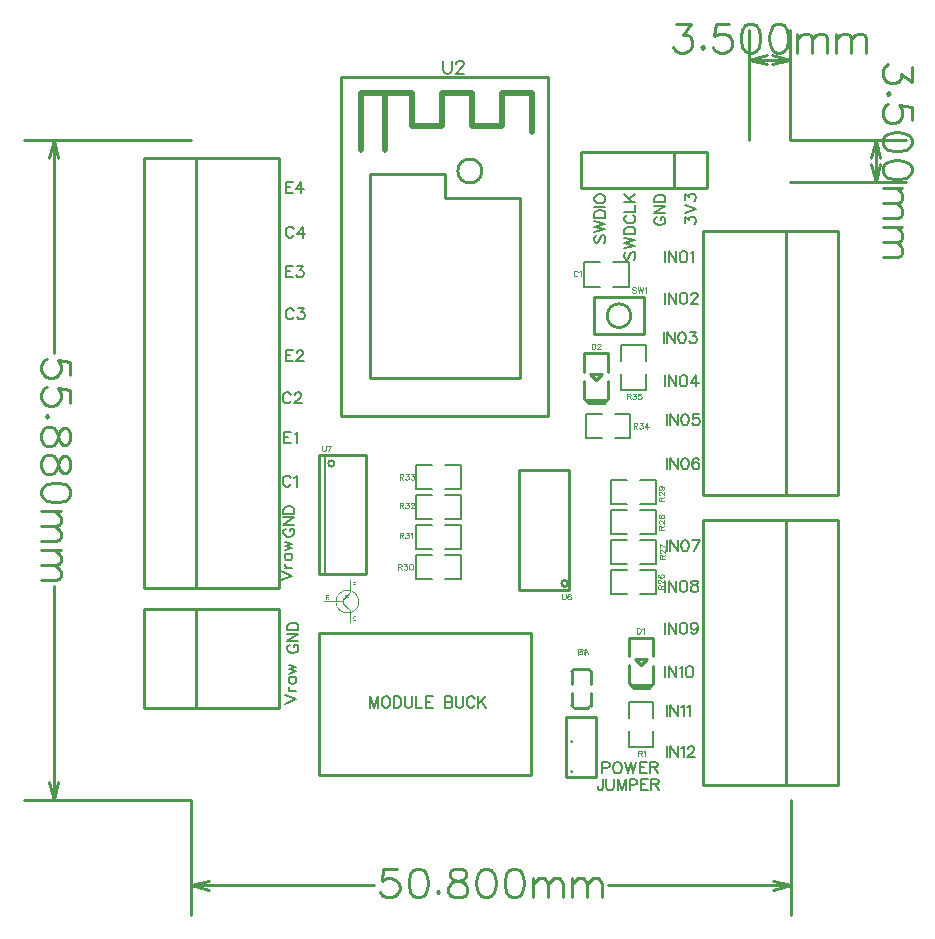
<source format=gto>
G04 Layer: TopSilkLayer*
G04 EasyEDA v6.2.43, 2019-09-06T10:08:58+02:00*
G04 e2e4465fc3ca44109e84c49d15151505,91cc4837159741479c5be70faa949f3f,10*
G04 Gerber Generator version 0.2*
G04 Scale: 100 percent, Rotated: No, Reflected: No *
G04 Dimensions in millimeters *
G04 leading zeros omitted , absolute positions ,3 integer and 3 decimal *
%FSLAX33Y33*%
%MOMM*%
G90*
G71D02*

%ADD10C,0.254000*%
%ADD32C,0.199898*%
%ADD33C,0.228600*%
%ADD34C,0.508000*%
%ADD35C,0.127000*%
%ADD36C,0.100000*%
%ADD37C,0.152400*%
%ADD38C,0.200000*%

%LPD*%

%LPD*%
G36*
G01X13818Y18386D02*
G01X13689Y18386D01*
G01X13689Y17977D01*
G01X13818Y17977D01*
G01X13882Y17978D01*
G01X13921Y17981D01*
G01X13941Y17988D01*
G01X13946Y17999D01*
G01X13942Y18011D01*
G01X13926Y18017D01*
G01X13896Y18021D01*
G01X13848Y18022D01*
G01X13750Y18022D01*
G01X13750Y18174D01*
G01X13840Y18174D01*
G01X13884Y18175D01*
G01X13912Y18178D01*
G01X13927Y18185D01*
G01X13931Y18196D01*
G01X13927Y18207D01*
G01X13912Y18214D01*
G01X13884Y18218D01*
G01X13840Y18219D01*
G01X13750Y18219D01*
G01X13750Y18340D01*
G01X13848Y18340D01*
G01X13896Y18341D01*
G01X13926Y18345D01*
G01X13942Y18352D01*
G01X13946Y18363D01*
G01X13941Y18374D01*
G01X13921Y18381D01*
G01X13882Y18385D01*
G01X13818Y18386D01*
G37*

%LPD*%
G36*
G01X11535Y17295D02*
G01X11446Y17295D01*
G01X11446Y16881D01*
G01X11545Y16891D01*
G01X11585Y16896D01*
G01X11623Y16902D01*
G01X11654Y16909D01*
G01X11673Y16916D01*
G01X11707Y16954D01*
G01X11718Y17008D01*
G01X11706Y17060D01*
G01X11672Y17091D01*
G01X11641Y17101D01*
G01X11672Y17123D01*
G01X11697Y17153D01*
G01X11704Y17190D01*
G01X11693Y17229D01*
G01X11664Y17263D01*
G01X11641Y17278D01*
G01X11613Y17288D01*
G01X11579Y17293D01*
G01X11535Y17295D01*
G37*

%LPC*%
G36*
G01X11557Y17083D02*
G01X11492Y17083D01*
G01X11492Y16931D01*
G01X11546Y16931D01*
G01X11596Y16936D01*
G01X11631Y16949D01*
G01X11651Y16972D01*
G01X11659Y17004D01*
G01X11657Y17022D01*
G01X11653Y17039D01*
G01X11647Y17054D01*
G01X11640Y17065D01*
G01X11628Y17071D01*
G01X11608Y17077D01*
G01X11584Y17081D01*
G01X11557Y17083D01*
G37*
G36*
G01X11566Y17249D02*
G01X11544Y17249D01*
G01X11514Y17248D01*
G01X11499Y17241D01*
G01X11493Y17223D01*
G01X11492Y17189D01*
G01X11493Y17155D01*
G01X11499Y17136D01*
G01X11514Y17129D01*
G01X11544Y17128D01*
G01X11592Y17131D01*
G01X11623Y17141D01*
G01X11639Y17159D01*
G01X11643Y17189D01*
G01X11641Y17206D01*
G01X11637Y17222D01*
G01X11629Y17233D01*
G01X11619Y17240D01*
G01X11606Y17244D01*
G01X11587Y17247D01*
G01X11566Y17249D01*
G37*

%LPD*%
G36*
G01X13925Y15512D02*
G01X13852Y15516D01*
G01X13783Y15498D01*
G01X13737Y15465D01*
G01X13707Y15421D01*
G01X13693Y15364D01*
G01X13692Y15290D01*
G01X13697Y15241D01*
G01X13706Y15207D01*
G01X13722Y15182D01*
G01X13747Y15156D01*
G01X13774Y15134D01*
G01X13801Y15121D01*
G01X13831Y15115D01*
G01X13872Y15113D01*
G01X13929Y15117D01*
G01X13972Y15127D01*
G01X13998Y15145D01*
G01X14007Y15168D01*
G01X14006Y15179D01*
G01X14001Y15184D01*
G01X13992Y15184D01*
G01X13981Y15180D01*
G01X13936Y15168D01*
G01X13883Y15162D01*
G01X13833Y15163D01*
G01X13797Y15172D01*
G01X13755Y15226D01*
G01X13741Y15308D01*
G01X13756Y15393D01*
G01X13799Y15453D01*
G01X13835Y15470D01*
G01X13878Y15476D01*
G01X13920Y15471D01*
G01X13955Y15454D01*
G01X13979Y15439D01*
G01X13995Y15433D01*
G01X14004Y15437D01*
G01X14007Y15452D01*
G01X13983Y15489D01*
G01X13925Y15512D01*
G37*

%LPD*%
G36*
G01X13552Y18583D02*
G01X13462Y18583D01*
G01X13462Y17738D01*
G01X13382Y17753D01*
G01X13339Y17759D01*
G01X13288Y17761D01*
G01X13232Y17761D01*
G01X13174Y17759D01*
G01X13115Y17754D01*
G01X13058Y17746D01*
G01X13006Y17737D01*
G01X12962Y17726D01*
G01X12904Y17706D01*
G01X12847Y17684D01*
G01X12793Y17659D01*
G01X12741Y17631D01*
G01X12691Y17601D01*
G01X12644Y17568D01*
G01X12598Y17532D01*
G01X12555Y17494D01*
G01X12514Y17454D01*
G01X12475Y17411D01*
G01X12439Y17366D01*
G01X12406Y17320D01*
G01X12375Y17271D01*
G01X12347Y17221D01*
G01X12323Y17168D01*
G01X12300Y17114D01*
G01X12281Y17058D01*
G01X12265Y17001D01*
G01X12252Y16942D01*
G01X12242Y16882D01*
G01X12232Y16810D01*
G01X11234Y16810D01*
G01X11234Y16719D01*
G01X12232Y16719D01*
G01X12242Y16647D01*
G01X12252Y16587D01*
G01X12265Y16528D01*
G01X12281Y16471D01*
G01X12300Y16415D01*
G01X12323Y16361D01*
G01X12347Y16308D01*
G01X12375Y16258D01*
G01X12406Y16209D01*
G01X12439Y16163D01*
G01X12475Y16118D01*
G01X12514Y16075D01*
G01X12555Y16035D01*
G01X12598Y15997D01*
G01X12644Y15961D01*
G01X12691Y15928D01*
G01X12741Y15898D01*
G01X12793Y15870D01*
G01X12847Y15845D01*
G01X12904Y15823D01*
G01X12962Y15803D01*
G01X13006Y15792D01*
G01X13058Y15783D01*
G01X13115Y15775D01*
G01X13174Y15770D01*
G01X13232Y15768D01*
G01X13288Y15768D01*
G01X13339Y15770D01*
G01X13382Y15776D01*
G01X13462Y15791D01*
G01X13462Y14946D01*
G01X13552Y14946D01*
G01X13552Y15818D01*
G01X13625Y15844D01*
G01X13668Y15862D01*
G01X13714Y15887D01*
G01X13764Y15918D01*
G01X13815Y15953D01*
G01X13864Y15991D01*
G01X13911Y16031D01*
G01X13953Y16072D01*
G01X13989Y16111D01*
G01X14030Y16162D01*
G01X14066Y16213D01*
G01X14099Y16263D01*
G01X14127Y16313D01*
G01X14151Y16364D01*
G01X14172Y16416D01*
G01X14189Y16468D01*
G01X14203Y16523D01*
G01X14213Y16580D01*
G01X14221Y16638D01*
G01X14225Y16700D01*
G01X14227Y16765D01*
G01X14225Y16855D01*
G01X14219Y16927D01*
G01X14209Y16989D01*
G01X14191Y17053D01*
G01X14174Y17104D01*
G01X14153Y17156D01*
G01X14129Y17205D01*
G01X14103Y17254D01*
G01X14074Y17301D01*
G01X14043Y17347D01*
G01X14009Y17391D01*
G01X13973Y17433D01*
G01X13935Y17473D01*
G01X13895Y17511D01*
G01X13854Y17546D01*
G01X13810Y17579D01*
G01X13766Y17609D01*
G01X13720Y17637D01*
G01X13673Y17661D01*
G01X13625Y17682D01*
G01X13552Y17711D01*
G01X13552Y18583D01*
G37*

%LPC*%
G36*
G01X12855Y16719D02*
G01X12306Y16719D01*
G01X12316Y16640D01*
G01X12325Y16591D01*
G01X12337Y16542D01*
G01X12352Y16491D01*
G01X12370Y16440D01*
G01X12392Y16390D01*
G01X12416Y16340D01*
G01X12442Y16292D01*
G01X12470Y16246D01*
G01X12500Y16202D01*
G01X12532Y16162D01*
G01X12565Y16124D01*
G01X12598Y16091D01*
G01X12642Y16054D01*
G01X12687Y16019D01*
G01X12732Y15988D01*
G01X12778Y15960D01*
G01X12825Y15935D01*
G01X12874Y15913D01*
G01X12924Y15894D01*
G01X12974Y15878D01*
G01X13026Y15865D01*
G01X13078Y15856D01*
G01X13133Y15849D01*
G01X13189Y15845D01*
G01X13250Y15843D01*
G01X13308Y15844D01*
G01X13358Y15847D01*
G01X13393Y15851D01*
G01X13427Y15860D01*
G01X13446Y15871D01*
G01X13454Y15891D01*
G01X13458Y15924D01*
G01X13459Y15945D01*
G01X13456Y15963D01*
G01X13447Y15984D01*
G01X13428Y16010D01*
G01X13397Y16045D01*
G01X13352Y16093D01*
G01X13289Y16157D01*
G01X13204Y16242D01*
G01X12946Y16499D01*
G01X12946Y16158D01*
G01X12855Y16158D01*
G01X12855Y16719D01*
G37*
G36*
G01X13586Y17620D02*
G01X13568Y17624D01*
G01X13558Y17619D01*
G01X13553Y17601D01*
G01X13552Y17565D01*
G01X13549Y17526D01*
G01X13533Y17490D01*
G01X13494Y17443D01*
G01X13420Y17368D01*
G01X13288Y17234D01*
G01X13347Y17174D01*
G01X13370Y17150D01*
G01X13387Y17129D01*
G01X13398Y17115D01*
G01X13400Y17107D01*
G01X13384Y17101D01*
G01X13346Y17089D01*
G01X13292Y17071D01*
G01X13227Y17052D01*
G01X13141Y17026D01*
G01X13082Y17002D01*
G01X13038Y16978D01*
G01X13003Y16949D01*
G01X12946Y16895D01*
G01X12946Y16635D01*
G01X13349Y16233D01*
G01X13423Y16157D01*
G01X13477Y16102D01*
G01X13514Y16060D01*
G01X13536Y16030D01*
G01X13547Y16007D01*
G01X13552Y15987D01*
G01X13552Y15964D01*
G01X13553Y15929D01*
G01X13558Y15910D01*
G01X13568Y15905D01*
G01X13586Y15909D01*
G01X13637Y15928D01*
G01X13691Y15957D01*
G01X13747Y15994D01*
G01X13804Y16039D01*
G01X13860Y16088D01*
G01X13913Y16142D01*
G01X13961Y16198D01*
G01X14004Y16254D01*
G01X14041Y16314D01*
G01X14073Y16373D01*
G01X14098Y16431D01*
G01X14118Y16490D01*
G01X14133Y16552D01*
G01X14143Y16617D01*
G01X14149Y16688D01*
G01X14151Y16765D01*
G01X14149Y16857D01*
G01X14144Y16927D01*
G01X14133Y16988D01*
G01X14114Y17052D01*
G01X14095Y17103D01*
G01X14074Y17153D01*
G01X14048Y17202D01*
G01X14020Y17249D01*
G01X13990Y17295D01*
G01X13956Y17340D01*
G01X13920Y17382D01*
G01X13881Y17422D01*
G01X13840Y17460D01*
G01X13797Y17496D01*
G01X13752Y17529D01*
G01X13705Y17559D01*
G01X13669Y17579D01*
G01X13635Y17598D01*
G01X13606Y17612D01*
G01X13586Y17620D01*
G37*
G36*
G01X13326Y17684D02*
G01X13273Y17686D01*
G01X13216Y17685D01*
G01X13159Y17682D01*
G01X13104Y17678D01*
G01X13056Y17672D01*
G01X13016Y17665D01*
G01X12950Y17646D01*
G01X12887Y17622D01*
G01X12824Y17593D01*
G01X12764Y17560D01*
G01X12706Y17521D01*
G01X12651Y17479D01*
G01X12599Y17433D01*
G01X12550Y17382D01*
G01X12505Y17329D01*
G01X12463Y17273D01*
G01X12427Y17214D01*
G01X12394Y17152D01*
G01X12365Y17077D01*
G01X12338Y16990D01*
G01X12318Y16907D01*
G01X12310Y16844D01*
G01X12310Y16810D01*
G01X12855Y16810D01*
G01X12855Y17371D01*
G01X12946Y17371D01*
G01X12946Y17201D01*
G01X12947Y17132D01*
G01X12950Y17084D01*
G01X12956Y17056D01*
G01X12965Y17050D01*
G01X12977Y17066D01*
G01X12993Y17102D01*
G01X13012Y17161D01*
G01X13037Y17242D01*
G01X13057Y17307D01*
G01X13073Y17361D01*
G01X13086Y17400D01*
G01X13092Y17415D01*
G01X13099Y17413D01*
G01X13115Y17403D01*
G01X13135Y17385D01*
G01X13159Y17362D01*
G01X13220Y17304D01*
G01X13341Y17424D01*
G01X13409Y17493D01*
G01X13445Y17536D01*
G01X13458Y17569D01*
G01X13458Y17605D01*
G01X13454Y17638D01*
G01X13447Y17658D01*
G01X13433Y17668D01*
G01X13409Y17675D01*
G01X13372Y17681D01*
G01X13326Y17684D01*
G37*

%LPD*%
G54D32*
G01X20405Y20720D02*
G01X19085Y20720D01*
G01X19085Y18649D01*
G01X20405Y18649D01*
G01X21537Y20720D02*
G01X22857Y20720D01*
G01X22857Y18649D01*
G01X21537Y18649D01*
G54D33*
G01X32033Y17715D02*
G01X32033Y27904D01*
G01X27733Y27904D01*
G01X27733Y17715D01*
G01X32033Y17715D01*
G54D32*
G01X20405Y23260D02*
G01X19085Y23260D01*
G01X19085Y21189D01*
G01X20405Y21189D01*
G01X21537Y23260D02*
G01X22857Y23260D01*
G01X22857Y21189D01*
G01X21537Y21189D01*
G01X20405Y25800D02*
G01X19085Y25800D01*
G01X19085Y23729D01*
G01X20405Y23729D01*
G01X21537Y25800D02*
G01X22857Y25800D01*
G01X22857Y23729D01*
G01X21537Y23729D01*
G01X20405Y28340D02*
G01X19085Y28340D01*
G01X19085Y26269D01*
G01X20405Y26269D01*
G01X21537Y28340D02*
G01X22857Y28340D01*
G01X22857Y26269D01*
G01X21537Y26269D01*
G01X36909Y19450D02*
G01X35589Y19450D01*
G01X35589Y17380D01*
G01X36909Y17380D01*
G01X38041Y19450D02*
G01X39361Y19450D01*
G01X39361Y17380D01*
G01X38041Y17380D01*
G01X36910Y21990D02*
G01X35589Y21990D01*
G01X35589Y19919D01*
G01X36910Y19919D01*
G01X38042Y21990D02*
G01X39362Y21990D01*
G01X39362Y19919D01*
G01X38042Y19919D01*
G01X36910Y24530D02*
G01X35589Y24530D01*
G01X35589Y22459D01*
G01X36910Y22459D01*
G01X38042Y24530D02*
G01X39362Y24530D01*
G01X39362Y22459D01*
G01X38042Y22459D01*
G01X36910Y27070D02*
G01X35589Y27070D01*
G01X35589Y24999D01*
G01X36910Y24999D01*
G01X38042Y27070D02*
G01X39362Y27070D01*
G01X39362Y24999D01*
G01X38042Y24999D01*
G01X36429Y36021D02*
G01X36429Y34700D01*
G01X38500Y34700D01*
G01X38500Y36021D01*
G01X36429Y37153D02*
G01X36429Y38473D01*
G01X38500Y38473D01*
G01X38500Y37153D01*
G01X34624Y45485D02*
G01X33303Y45485D01*
G01X33303Y43414D01*
G01X34624Y43414D01*
G01X35756Y45485D02*
G01X37076Y45485D01*
G01X37076Y43414D01*
G01X35756Y43414D01*
G54D10*
G01X38341Y39380D02*
G01X34141Y39380D01*
G01X34141Y42580D01*
G01X38341Y42580D01*
G01X38341Y39380D01*
G01X10795Y14097D02*
G01X28795Y14097D01*
G01X10795Y14097D02*
G01X10795Y2096D01*
G01X28795Y14097D02*
G01X28795Y2096D01*
G01X10795Y2096D02*
G01X28795Y2096D01*
G01X7428Y16133D02*
G01X7428Y7733D01*
G01X7428Y16133D02*
G01X-3971Y16133D01*
G01X7428Y7733D02*
G01X-3971Y7733D01*
G01X-3970Y16133D02*
G01X-3971Y7733D01*
G01X428Y16133D02*
G01X428Y7733D01*
G01X39116Y12110D02*
G01X39116Y13660D01*
G01X37084Y13660D01*
G01X37084Y12110D01*
G01X39141Y11323D02*
G01X39141Y9850D01*
G01X38735Y9443D01*
G01X37465Y9443D01*
G01X37084Y9824D01*
G01X37084Y11348D01*
G01X38600Y11884D02*
G01X37599Y11884D01*
G01X37599Y11884D01*
G01X38100Y11384D01*
G01X38100Y11384D01*
G01X38600Y11884D01*
G01X38900Y9685D02*
G01X37299Y9685D01*
G54D32*
G01X39135Y6904D02*
G01X39135Y8225D01*
G01X37064Y8225D01*
G01X37064Y6904D01*
G01X39135Y5772D02*
G01X39135Y4452D01*
G01X37064Y4452D01*
G01X37064Y5772D01*
G54D10*
G01X35307Y36222D02*
G01X35307Y37772D01*
G01X33275Y37772D01*
G01X33275Y36222D01*
G01X35332Y35435D02*
G01X35332Y33962D01*
G01X34926Y33555D01*
G01X33656Y33555D01*
G01X33275Y33936D01*
G01X33275Y35460D01*
G01X34791Y35996D02*
G01X33790Y35996D01*
G01X33790Y35996D01*
G01X34291Y35496D01*
G01X34291Y35496D01*
G01X34791Y35996D01*
G01X35091Y33797D02*
G01X33491Y33797D01*
G54D32*
G01X34751Y32657D02*
G01X33431Y32657D01*
G01X33431Y30587D01*
G01X34751Y30587D01*
G01X35883Y32657D02*
G01X37203Y32657D01*
G01X37203Y30587D01*
G01X35883Y30587D01*
G54D34*
G01X28828Y56515D02*
G01X28828Y59817D01*
G01X26288Y59817D01*
G01X26288Y57023D01*
G01X23748Y57023D01*
G01X23748Y59817D01*
G01X21208Y59817D01*
G01X21208Y57023D01*
G01X18668Y57023D01*
G01X18668Y59817D01*
G01X14350Y59817D01*
G01X14350Y54991D01*
G01X16382Y59817D02*
G01X16382Y54991D01*
G54D10*
G01X15112Y50927D02*
G01X15112Y52959D01*
G01X21462Y52959D01*
G01X21462Y50927D01*
G01X27812Y50927D01*
G01X27812Y35687D01*
G01X15112Y35687D01*
G01X15112Y50927D01*
G01X12700Y61214D02*
G01X30199Y61214D01*
G01X12700Y61214D02*
G01X12700Y32514D01*
G01X12700Y32512D02*
G01X30226Y32512D01*
G01X30226Y61214D01*
G01X7428Y54293D02*
G01X7428Y17893D01*
G01X7428Y54293D02*
G01X-3971Y54293D01*
G01X7428Y17893D02*
G01X-3971Y17893D01*
G01X-3970Y54293D02*
G01X-3971Y17893D01*
G01X428Y54293D02*
G01X428Y17893D01*
G01X43371Y25746D02*
G01X43371Y48146D01*
G01X43371Y25746D02*
G01X54771Y25746D01*
G01X43371Y48146D02*
G01X54770Y48146D01*
G01X54770Y25746D02*
G01X54770Y48146D01*
G01X50371Y25746D02*
G01X50371Y48146D01*
G01X43371Y1235D02*
G01X43371Y23635D01*
G01X43371Y1235D02*
G01X54771Y1235D01*
G01X43371Y23635D02*
G01X54770Y23635D01*
G01X54770Y1235D02*
G01X54770Y23635D01*
G01X50371Y1235D02*
G01X50371Y23635D01*
G01X43688Y51816D02*
G01X33020Y51816D01*
G01X33020Y54864D01*
G01X43688Y54864D01*
G01X43688Y51816D01*
G01X40894Y51816D02*
G01X40894Y54864D01*
G01X31750Y6985D02*
G01X34290Y6985D01*
G01X34290Y1905D01*
G01X31750Y1905D01*
G01X31750Y6985D01*
G54D35*
G01X11325Y29131D02*
G01X11325Y19128D01*
G54D10*
G01X14825Y29131D02*
G01X14825Y19128D01*
G01X14825Y19128D02*
G01X10828Y19128D01*
G01X10828Y19128D02*
G01X10828Y29131D01*
G01X10828Y29131D02*
G01X14825Y29131D01*
G01X32419Y11059D02*
G01X33619Y11059D01*
G01X32219Y9009D02*
G01X32219Y8009D01*
G01X33820Y9009D02*
G01X33820Y8009D01*
G01X32219Y9809D02*
G01X32219Y10809D01*
G01X33820Y9809D02*
G01X33820Y10809D01*
G01X32419Y7759D02*
G01X33619Y7759D01*
G01X32219Y7959D02*
G01X32219Y8009D01*
G01X33820Y7959D02*
G01X33820Y8009D01*
G01X32219Y10859D02*
G01X32219Y10809D01*
G01X33820Y10859D02*
G01X33820Y10809D01*
G54D36*
G01X17526Y19939D02*
G01X17526Y19461D01*
G01X17526Y19939D02*
G01X17731Y19939D01*
G01X17797Y19916D01*
G01X17820Y19893D01*
G01X17843Y19847D01*
G01X17843Y19801D01*
G01X17820Y19756D01*
G01X17797Y19733D01*
G01X17731Y19710D01*
G01X17526Y19710D01*
G01X17686Y19710D02*
G01X17843Y19461D01*
G01X18039Y19939D02*
G01X18290Y19939D01*
G01X18153Y19756D01*
G01X18221Y19756D01*
G01X18267Y19733D01*
G01X18290Y19710D01*
G01X18313Y19644D01*
G01X18313Y19598D01*
G01X18290Y19530D01*
G01X18244Y19484D01*
G01X18176Y19461D01*
G01X18107Y19461D01*
G01X18039Y19484D01*
G01X18016Y19507D01*
G01X17993Y19552D01*
G01X18597Y19939D02*
G01X18529Y19916D01*
G01X18486Y19847D01*
G01X18463Y19733D01*
G01X18463Y19664D01*
G01X18486Y19552D01*
G01X18529Y19484D01*
G01X18597Y19461D01*
G01X18643Y19461D01*
G01X18712Y19484D01*
G01X18757Y19552D01*
G01X18780Y19664D01*
G01X18780Y19733D01*
G01X18757Y19847D01*
G01X18712Y19916D01*
G01X18643Y19939D01*
G01X18597Y19939D01*
G01X31386Y17414D02*
G01X31386Y17073D01*
G01X31409Y17005D01*
G01X31455Y16959D01*
G01X31523Y16936D01*
G01X31569Y16936D01*
G01X31635Y16959D01*
G01X31681Y17005D01*
G01X31704Y17073D01*
G01X31704Y17414D01*
G01X32128Y17348D02*
G01X32105Y17391D01*
G01X32036Y17414D01*
G01X31991Y17414D01*
G01X31922Y17391D01*
G01X31876Y17325D01*
G01X31854Y17211D01*
G01X31854Y17096D01*
G01X31876Y17005D01*
G01X31922Y16959D01*
G01X31991Y16936D01*
G01X32014Y16936D01*
G01X32082Y16959D01*
G01X32128Y17005D01*
G01X32151Y17073D01*
G01X32151Y17096D01*
G01X32128Y17165D01*
G01X32082Y17211D01*
G01X32014Y17233D01*
G01X31991Y17233D01*
G01X31922Y17211D01*
G01X31876Y17165D01*
G01X31854Y17096D01*
G01X17652Y22606D02*
G01X17652Y22128D01*
G01X17652Y22606D02*
G01X17858Y22606D01*
G01X17924Y22583D01*
G01X17947Y22560D01*
G01X17970Y22514D01*
G01X17970Y22468D01*
G01X17947Y22423D01*
G01X17924Y22400D01*
G01X17858Y22377D01*
G01X17652Y22377D01*
G01X17812Y22377D02*
G01X17970Y22128D01*
G01X18166Y22606D02*
G01X18417Y22606D01*
G01X18280Y22423D01*
G01X18348Y22423D01*
G01X18394Y22400D01*
G01X18417Y22377D01*
G01X18440Y22311D01*
G01X18440Y22265D01*
G01X18417Y22197D01*
G01X18371Y22151D01*
G01X18303Y22128D01*
G01X18234Y22128D01*
G01X18166Y22151D01*
G01X18143Y22174D01*
G01X18120Y22219D01*
G01X18590Y22514D02*
G01X18635Y22537D01*
G01X18701Y22606D01*
G01X18701Y22128D01*
G01X17653Y25146D02*
G01X17653Y24668D01*
G01X17653Y25146D02*
G01X17858Y25146D01*
G01X17924Y25123D01*
G01X17947Y25100D01*
G01X17970Y25054D01*
G01X17970Y25008D01*
G01X17947Y24963D01*
G01X17924Y24940D01*
G01X17858Y24917D01*
G01X17653Y24917D01*
G01X17813Y24917D02*
G01X17970Y24668D01*
G01X18166Y25146D02*
G01X18417Y25146D01*
G01X18280Y24963D01*
G01X18348Y24963D01*
G01X18394Y24940D01*
G01X18417Y24917D01*
G01X18440Y24851D01*
G01X18440Y24805D01*
G01X18417Y24737D01*
G01X18371Y24691D01*
G01X18303Y24668D01*
G01X18234Y24668D01*
G01X18166Y24691D01*
G01X18143Y24714D01*
G01X18120Y24759D01*
G01X18613Y25031D02*
G01X18613Y25054D01*
G01X18635Y25100D01*
G01X18656Y25123D01*
G01X18702Y25146D01*
G01X18793Y25146D01*
G01X18839Y25123D01*
G01X18862Y25100D01*
G01X18884Y25054D01*
G01X18884Y25008D01*
G01X18862Y24963D01*
G01X18816Y24894D01*
G01X18590Y24668D01*
G01X18907Y24668D01*
G01X17653Y27559D02*
G01X17653Y27081D01*
G01X17653Y27559D02*
G01X17858Y27559D01*
G01X17924Y27536D01*
G01X17947Y27513D01*
G01X17970Y27467D01*
G01X17970Y27421D01*
G01X17947Y27376D01*
G01X17924Y27353D01*
G01X17858Y27330D01*
G01X17653Y27330D01*
G01X17813Y27330D02*
G01X17970Y27081D01*
G01X18166Y27559D02*
G01X18417Y27559D01*
G01X18280Y27376D01*
G01X18348Y27376D01*
G01X18394Y27353D01*
G01X18417Y27330D01*
G01X18440Y27264D01*
G01X18440Y27218D01*
G01X18417Y27150D01*
G01X18371Y27104D01*
G01X18303Y27081D01*
G01X18234Y27081D01*
G01X18166Y27104D01*
G01X18143Y27127D01*
G01X18120Y27172D01*
G01X18635Y27559D02*
G01X18884Y27559D01*
G01X18747Y27376D01*
G01X18816Y27376D01*
G01X18862Y27353D01*
G01X18884Y27330D01*
G01X18907Y27264D01*
G01X18907Y27218D01*
G01X18884Y27150D01*
G01X18839Y27104D01*
G01X18770Y27081D01*
G01X18702Y27081D01*
G01X18635Y27104D01*
G01X18613Y27127D01*
G01X18590Y27172D01*
G01X39554Y17837D02*
G01X40031Y17837D01*
G01X39554Y17837D02*
G01X39554Y18042D01*
G01X39576Y18108D01*
G01X39599Y18131D01*
G01X39645Y18154D01*
G01X39691Y18154D01*
G01X39737Y18131D01*
G01X39759Y18108D01*
G01X39782Y18042D01*
G01X39782Y17837D01*
G01X39782Y17997D02*
G01X40031Y18154D01*
G01X39668Y18327D02*
G01X39645Y18327D01*
G01X39599Y18350D01*
G01X39576Y18373D01*
G01X39554Y18418D01*
G01X39554Y18510D01*
G01X39576Y18555D01*
G01X39599Y18578D01*
G01X39645Y18601D01*
G01X39691Y18601D01*
G01X39737Y18578D01*
G01X39805Y18533D01*
G01X40031Y18304D01*
G01X40031Y18624D01*
G01X39622Y19046D02*
G01X39576Y19023D01*
G01X39554Y18954D01*
G01X39554Y18908D01*
G01X39576Y18842D01*
G01X39645Y18797D01*
G01X39759Y18774D01*
G01X39871Y18774D01*
G01X39963Y18797D01*
G01X40008Y18842D01*
G01X40031Y18908D01*
G01X40031Y18931D01*
G01X40008Y19000D01*
G01X39963Y19046D01*
G01X39894Y19068D01*
G01X39871Y19068D01*
G01X39805Y19046D01*
G01X39759Y19000D01*
G01X39737Y18931D01*
G01X39737Y18908D01*
G01X39759Y18842D01*
G01X39805Y18797D01*
G01X39871Y18774D01*
G01X39681Y20376D02*
G01X40158Y20376D01*
G01X39681Y20376D02*
G01X39681Y20582D01*
G01X39703Y20648D01*
G01X39726Y20671D01*
G01X39772Y20694D01*
G01X39818Y20694D01*
G01X39864Y20671D01*
G01X39886Y20648D01*
G01X39909Y20582D01*
G01X39909Y20376D01*
G01X39909Y20536D02*
G01X40158Y20694D01*
G01X39795Y20866D02*
G01X39772Y20866D01*
G01X39726Y20889D01*
G01X39703Y20912D01*
G01X39681Y20958D01*
G01X39681Y21049D01*
G01X39703Y21095D01*
G01X39726Y21118D01*
G01X39772Y21141D01*
G01X39818Y21141D01*
G01X39864Y21118D01*
G01X39932Y21072D01*
G01X40158Y20844D01*
G01X40158Y21164D01*
G01X39681Y21631D02*
G01X40158Y21405D01*
G01X39681Y21313D02*
G01X39681Y21631D01*
G01X39580Y22859D02*
G01X40057Y22859D01*
G01X39580Y22859D02*
G01X39580Y23065D01*
G01X39603Y23131D01*
G01X39626Y23154D01*
G01X39671Y23177D01*
G01X39717Y23177D01*
G01X39763Y23154D01*
G01X39786Y23131D01*
G01X39808Y23065D01*
G01X39808Y22859D01*
G01X39808Y23019D02*
G01X40057Y23177D01*
G01X39694Y23349D02*
G01X39671Y23349D01*
G01X39626Y23372D01*
G01X39603Y23395D01*
G01X39580Y23441D01*
G01X39580Y23532D01*
G01X39603Y23578D01*
G01X39626Y23601D01*
G01X39671Y23624D01*
G01X39717Y23624D01*
G01X39763Y23601D01*
G01X39831Y23555D01*
G01X40057Y23326D01*
G01X40057Y23646D01*
G01X39580Y23908D02*
G01X39603Y23842D01*
G01X39648Y23819D01*
G01X39694Y23819D01*
G01X39740Y23842D01*
G01X39763Y23888D01*
G01X39786Y23977D01*
G01X39808Y24045D01*
G01X39854Y24091D01*
G01X39900Y24114D01*
G01X39966Y24114D01*
G01X40012Y24091D01*
G01X40034Y24068D01*
G01X40057Y24000D01*
G01X40057Y23908D01*
G01X40034Y23842D01*
G01X40012Y23819D01*
G01X39966Y23796D01*
G01X39900Y23796D01*
G01X39854Y23819D01*
G01X39808Y23865D01*
G01X39786Y23931D01*
G01X39763Y24022D01*
G01X39740Y24068D01*
G01X39694Y24091D01*
G01X39648Y24091D01*
G01X39603Y24068D01*
G01X39580Y24000D01*
G01X39580Y23908D01*
G01X39580Y25273D02*
G01X40058Y25273D01*
G01X39580Y25273D02*
G01X39580Y25478D01*
G01X39603Y25544D01*
G01X39626Y25567D01*
G01X39672Y25590D01*
G01X39717Y25590D01*
G01X39763Y25567D01*
G01X39786Y25544D01*
G01X39809Y25478D01*
G01X39809Y25273D01*
G01X39809Y25433D02*
G01X40058Y25590D01*
G01X39695Y25763D02*
G01X39672Y25763D01*
G01X39626Y25786D01*
G01X39603Y25808D01*
G01X39580Y25854D01*
G01X39580Y25946D01*
G01X39603Y25991D01*
G01X39626Y26014D01*
G01X39672Y26037D01*
G01X39717Y26037D01*
G01X39763Y26014D01*
G01X39832Y25968D01*
G01X40058Y25740D01*
G01X40058Y26060D01*
G01X39740Y26504D02*
G01X39809Y26482D01*
G01X39855Y26436D01*
G01X39875Y26367D01*
G01X39875Y26344D01*
G01X39855Y26276D01*
G01X39809Y26233D01*
G01X39740Y26210D01*
G01X39717Y26210D01*
G01X39649Y26233D01*
G01X39603Y26276D01*
G01X39580Y26344D01*
G01X39580Y26367D01*
G01X39603Y26436D01*
G01X39649Y26482D01*
G01X39740Y26504D01*
G01X39855Y26504D01*
G01X39966Y26482D01*
G01X40035Y26436D01*
G01X40058Y26367D01*
G01X40058Y26322D01*
G01X40035Y26256D01*
G01X39989Y26233D01*
G01X36899Y34375D02*
G01X36899Y33897D01*
G01X36899Y34375D02*
G01X37105Y34375D01*
G01X37171Y34352D01*
G01X37194Y34329D01*
G01X37217Y34283D01*
G01X37217Y34237D01*
G01X37194Y34192D01*
G01X37171Y34169D01*
G01X37105Y34146D01*
G01X36899Y34146D01*
G01X37059Y34146D02*
G01X37217Y33897D01*
G01X37412Y34375D02*
G01X37664Y34375D01*
G01X37527Y34192D01*
G01X37595Y34192D01*
G01X37641Y34169D01*
G01X37664Y34146D01*
G01X37687Y34080D01*
G01X37687Y34034D01*
G01X37664Y33966D01*
G01X37618Y33920D01*
G01X37550Y33897D01*
G01X37481Y33897D01*
G01X37412Y33920D01*
G01X37390Y33943D01*
G01X37367Y33989D01*
G01X38108Y34375D02*
G01X37882Y34375D01*
G01X37859Y34169D01*
G01X37882Y34192D01*
G01X37948Y34215D01*
G01X38017Y34215D01*
G01X38086Y34192D01*
G01X38131Y34146D01*
G01X38154Y34080D01*
G01X38154Y34034D01*
G01X38131Y33966D01*
G01X38086Y33920D01*
G01X38017Y33897D01*
G01X37948Y33897D01*
G01X37882Y33920D01*
G01X37859Y33943D01*
G01X37837Y33989D01*
G01X32726Y44660D02*
G01X32703Y44706D01*
G01X32658Y44749D01*
G01X32612Y44772D01*
G01X32520Y44772D01*
G01X32475Y44749D01*
G01X32429Y44706D01*
G01X32406Y44660D01*
G01X32386Y44592D01*
G01X32386Y44477D01*
G01X32406Y44409D01*
G01X32429Y44363D01*
G01X32475Y44317D01*
G01X32520Y44295D01*
G01X32612Y44295D01*
G01X32658Y44317D01*
G01X32703Y44363D01*
G01X32726Y44409D01*
G01X32876Y44683D02*
G01X32922Y44706D01*
G01X32990Y44772D01*
G01X32990Y44295D01*
G01X37655Y43307D02*
G01X37609Y43352D01*
G01X37543Y43375D01*
G01X37452Y43375D01*
G01X37383Y43352D01*
G01X37337Y43307D01*
G01X37337Y43264D01*
G01X37360Y43218D01*
G01X37383Y43195D01*
G01X37429Y43172D01*
G01X37564Y43126D01*
G01X37609Y43104D01*
G01X37632Y43081D01*
G01X37655Y43035D01*
G01X37655Y42966D01*
G01X37609Y42921D01*
G01X37543Y42898D01*
G01X37452Y42898D01*
G01X37383Y42921D01*
G01X37337Y42966D01*
G01X37805Y43375D02*
G01X37919Y42898D01*
G01X38033Y43375D02*
G01X37919Y42898D01*
G01X38033Y43375D02*
G01X38148Y42898D01*
G01X38259Y43375D02*
G01X38148Y42898D01*
G01X38409Y43284D02*
G01X38455Y43307D01*
G01X38524Y43375D01*
G01X38524Y42898D01*
G01X37736Y14529D02*
G01X37736Y14054D01*
G01X37736Y14529D02*
G01X37896Y14529D01*
G01X37965Y14507D01*
G01X38011Y14463D01*
G01X38033Y14418D01*
G01X38056Y14349D01*
G01X38056Y14235D01*
G01X38033Y14166D01*
G01X38011Y14121D01*
G01X37965Y14075D01*
G01X37896Y14054D01*
G01X37736Y14054D01*
G01X38206Y14441D02*
G01X38252Y14463D01*
G01X38320Y14529D01*
G01X38320Y14054D01*
G01X37864Y4133D02*
G01X37864Y3658D01*
G01X37864Y4133D02*
G01X38067Y4133D01*
G01X38136Y4113D01*
G01X38159Y4090D01*
G01X38182Y4045D01*
G01X38182Y3999D01*
G01X38159Y3953D01*
G01X38136Y3930D01*
G01X38067Y3907D01*
G01X37864Y3907D01*
G01X38022Y3907D02*
G01X38182Y3658D01*
G01X38331Y4045D02*
G01X38377Y4067D01*
G01X38446Y4133D01*
G01X38446Y3658D01*
G01X33909Y38608D02*
G01X33909Y38130D01*
G01X33909Y38608D02*
G01X34069Y38608D01*
G01X34135Y38585D01*
G01X34180Y38541D01*
G01X34203Y38496D01*
G01X34226Y38427D01*
G01X34226Y38313D01*
G01X34203Y38244D01*
G01X34180Y38199D01*
G01X34135Y38153D01*
G01X34069Y38130D01*
G01X33909Y38130D01*
G01X34399Y38496D02*
G01X34399Y38519D01*
G01X34422Y38562D01*
G01X34444Y38585D01*
G01X34490Y38608D01*
G01X34582Y38608D01*
G01X34627Y38585D01*
G01X34650Y38562D01*
G01X34673Y38519D01*
G01X34673Y38473D01*
G01X34650Y38427D01*
G01X34604Y38359D01*
G01X34376Y38130D01*
G01X34696Y38130D01*
G01X37464Y31877D02*
G01X37464Y31399D01*
G01X37464Y31877D02*
G01X37668Y31877D01*
G01X37736Y31854D01*
G01X37759Y31831D01*
G01X37782Y31788D01*
G01X37782Y31742D01*
G01X37759Y31696D01*
G01X37736Y31673D01*
G01X37668Y31650D01*
G01X37464Y31650D01*
G01X37622Y31650D02*
G01X37782Y31399D01*
G01X37978Y31877D02*
G01X38226Y31877D01*
G01X38089Y31696D01*
G01X38158Y31696D01*
G01X38204Y31673D01*
G01X38226Y31650D01*
G01X38249Y31582D01*
G01X38249Y31536D01*
G01X38226Y31468D01*
G01X38181Y31422D01*
G01X38112Y31399D01*
G01X38046Y31399D01*
G01X37978Y31422D01*
G01X37955Y31445D01*
G01X37932Y31490D01*
G01X38628Y31877D02*
G01X38399Y31559D01*
G01X38740Y31559D01*
G01X38628Y31877D02*
G01X38628Y31399D01*
G54D37*
G01X21336Y62557D02*
G01X21336Y61780D01*
G01X21386Y61622D01*
G01X21490Y61518D01*
G01X21648Y61468D01*
G01X21752Y61468D01*
G01X21907Y61518D01*
G01X22011Y61622D01*
G01X22062Y61780D01*
G01X22062Y62557D01*
G01X22458Y62298D02*
G01X22458Y62351D01*
G01X22509Y62456D01*
G01X22562Y62506D01*
G01X22666Y62557D01*
G01X22872Y62557D01*
G01X22976Y62506D01*
G01X23030Y62456D01*
G01X23080Y62351D01*
G01X23080Y62247D01*
G01X23030Y62143D01*
G01X22926Y61986D01*
G01X22405Y61468D01*
G01X23134Y61468D01*
G01X32257Y4930D02*
G01X32235Y4953D01*
G01X32209Y4930D01*
G01X32235Y4907D01*
G01X32257Y4930D01*
G01X32257Y2390D02*
G01X32235Y2413D01*
G01X32209Y2390D01*
G01X32235Y2367D01*
G01X32257Y2390D01*
G54D36*
G01X11065Y29965D02*
G01X11065Y29625D01*
G01X11088Y29556D01*
G01X11134Y29511D01*
G01X11202Y29488D01*
G01X11248Y29488D01*
G01X11316Y29511D01*
G01X11362Y29556D01*
G01X11385Y29625D01*
G01X11385Y29965D01*
G01X11852Y29965D02*
G01X11626Y29488D01*
G01X11535Y29965D02*
G01X11852Y29965D01*
G01X32754Y12711D02*
G01X32754Y12233D01*
G01X32754Y12711D02*
G01X33049Y12711D01*
G01X32754Y12484D02*
G01X32937Y12484D01*
G01X33199Y12622D02*
G01X33245Y12645D01*
G01X33313Y12711D01*
G01X33313Y12233D01*
G54D10*
G01X0Y-7250D02*
G01X15528Y-7250D01*
G01X35271Y-7250D02*
G01X50800Y-7250D01*
G01X1524Y-7631D02*
G01X0Y-7250D01*
G01X1524Y-6869D01*
G01X49276Y-7631D02*
G01X50800Y-7250D01*
G01X49276Y-6869D01*
G01X17421Y-5864D02*
G01X16268Y-5864D01*
G01X16151Y-6903D01*
G01X16268Y-6789D01*
G01X16614Y-6672D01*
G01X16959Y-6672D01*
G01X17307Y-6789D01*
G01X17538Y-7020D01*
G01X17653Y-7366D01*
G01X17653Y-7597D01*
G01X17538Y-7942D01*
G01X17307Y-8173D01*
G01X16959Y-8290D01*
G01X16614Y-8290D01*
G01X16268Y-8173D01*
G01X16151Y-8059D01*
G01X16037Y-7828D01*
G01X19108Y-5864D02*
G01X18760Y-5979D01*
G01X18529Y-6327D01*
G01X18415Y-6903D01*
G01X18415Y-7249D01*
G01X18529Y-7828D01*
G01X18760Y-8173D01*
G01X19108Y-8290D01*
G01X19339Y-8290D01*
G01X19685Y-8173D01*
G01X19916Y-7828D01*
G01X20030Y-7249D01*
G01X20030Y-6903D01*
G01X19916Y-6327D01*
G01X19685Y-5979D01*
G01X19339Y-5864D01*
G01X19108Y-5864D01*
G01X20909Y-7711D02*
G01X20792Y-7828D01*
G01X20909Y-7942D01*
G01X21023Y-7828D01*
G01X20909Y-7711D01*
G01X22364Y-5864D02*
G01X22016Y-5979D01*
G01X21902Y-6210D01*
G01X21902Y-6441D01*
G01X22016Y-6672D01*
G01X22247Y-6789D01*
G01X22710Y-6903D01*
G01X23055Y-7020D01*
G01X23286Y-7249D01*
G01X23403Y-7480D01*
G01X23403Y-7828D01*
G01X23286Y-8059D01*
G01X23172Y-8173D01*
G01X22824Y-8290D01*
G01X22364Y-8290D01*
G01X22016Y-8173D01*
G01X21902Y-8059D01*
G01X21785Y-7828D01*
G01X21785Y-7480D01*
G01X21902Y-7249D01*
G01X22133Y-7020D01*
G01X22479Y-6903D01*
G01X22941Y-6789D01*
G01X23172Y-6672D01*
G01X23286Y-6441D01*
G01X23286Y-6210D01*
G01X23172Y-5979D01*
G01X22824Y-5864D01*
G01X22364Y-5864D01*
G01X24856Y-5864D02*
G01X24511Y-5979D01*
G01X24279Y-6327D01*
G01X24165Y-6903D01*
G01X24165Y-7249D01*
G01X24279Y-7828D01*
G01X24511Y-8173D01*
G01X24856Y-8290D01*
G01X25087Y-8290D01*
G01X25435Y-8173D01*
G01X25666Y-7828D01*
G01X25781Y-7249D01*
G01X25781Y-6903D01*
G01X25666Y-6327D01*
G01X25435Y-5979D01*
G01X25087Y-5864D01*
G01X24856Y-5864D01*
G01X27236Y-5864D02*
G01X26888Y-5979D01*
G01X26657Y-6327D01*
G01X26543Y-6903D01*
G01X26543Y-7249D01*
G01X26657Y-7828D01*
G01X26888Y-8173D01*
G01X27236Y-8290D01*
G01X27467Y-8290D01*
G01X27813Y-8173D01*
G01X28044Y-7828D01*
G01X28158Y-7249D01*
G01X28158Y-6903D01*
G01X28044Y-6327D01*
G01X27813Y-5979D01*
G01X27467Y-5864D01*
G01X27236Y-5864D01*
G01X28920Y-6672D02*
G01X28920Y-8290D01*
G01X28920Y-7134D02*
G01X29268Y-6789D01*
G01X29499Y-6672D01*
G01X29845Y-6672D01*
G01X30076Y-6789D01*
G01X30190Y-7134D01*
G01X30190Y-8290D01*
G01X30190Y-7134D02*
G01X30538Y-6789D01*
G01X30769Y-6672D01*
G01X31115Y-6672D01*
G01X31346Y-6789D01*
G01X31460Y-7134D01*
G01X31460Y-8290D01*
G01X32222Y-6672D02*
G01X32222Y-8290D01*
G01X32222Y-7134D02*
G01X32570Y-6789D01*
G01X32801Y-6672D01*
G01X33147Y-6672D01*
G01X33378Y-6789D01*
G01X33492Y-7134D01*
G01X33492Y-8290D01*
G01X33492Y-7134D02*
G01X33840Y-6789D01*
G01X34071Y-6672D01*
G01X34417Y-6672D01*
G01X34648Y-6789D01*
G01X34762Y-7134D01*
G01X34762Y-8290D01*
G01X0Y0D02*
G01X0Y-9790D01*
G01X50800Y0D02*
G01X50800Y-9790D01*
G01X-11623Y0D02*
G01X-11623Y18068D01*
G01X-11623Y37811D02*
G01X-11623Y55880D01*
G01X-11242Y1524D02*
G01X-11623Y0D01*
G01X-12004Y1524D01*
G01X-11242Y54356D02*
G01X-11623Y55880D01*
G01X-12004Y54356D01*
G01X-10237Y35918D02*
G01X-10237Y37071D01*
G01X-11276Y37188D01*
G01X-11162Y37071D01*
G01X-11045Y36726D01*
G01X-11045Y36380D01*
G01X-11162Y36032D01*
G01X-11393Y35801D01*
G01X-11738Y35687D01*
G01X-11970Y35687D01*
G01X-12315Y35801D01*
G01X-12546Y36032D01*
G01X-12663Y36380D01*
G01X-12663Y36726D01*
G01X-12546Y37071D01*
G01X-12432Y37188D01*
G01X-12201Y37302D01*
G01X-10237Y33538D02*
G01X-10237Y34694D01*
G01X-11276Y34808D01*
G01X-11162Y34694D01*
G01X-11045Y34348D01*
G01X-11045Y34000D01*
G01X-11162Y33655D01*
G01X-11393Y33424D01*
G01X-11738Y33309D01*
G01X-11970Y33309D01*
G01X-12315Y33424D01*
G01X-12546Y33655D01*
G01X-12663Y34000D01*
G01X-12663Y34348D01*
G01X-12546Y34694D01*
G01X-12432Y34808D01*
G01X-12201Y34925D01*
G01X-12084Y32430D02*
G01X-12201Y32547D01*
G01X-12315Y32430D01*
G01X-12201Y32316D01*
G01X-12084Y32430D01*
G01X-10237Y30975D02*
G01X-10354Y31323D01*
G01X-10585Y31437D01*
G01X-10814Y31437D01*
G01X-11045Y31323D01*
G01X-11162Y31092D01*
G01X-11276Y30630D01*
G01X-11393Y30284D01*
G01X-11624Y30053D01*
G01X-11855Y29936D01*
G01X-12201Y29936D01*
G01X-12432Y30053D01*
G01X-12546Y30167D01*
G01X-12663Y30515D01*
G01X-12663Y30975D01*
G01X-12546Y31323D01*
G01X-12432Y31437D01*
G01X-12201Y31554D01*
G01X-11855Y31554D01*
G01X-11624Y31437D01*
G01X-11393Y31206D01*
G01X-11276Y30861D01*
G01X-11162Y30398D01*
G01X-11045Y30167D01*
G01X-10814Y30053D01*
G01X-10585Y30053D01*
G01X-10354Y30167D01*
G01X-10237Y30515D01*
G01X-10237Y30975D01*
G01X-10237Y28598D02*
G01X-10354Y28943D01*
G01X-10585Y29060D01*
G01X-10814Y29060D01*
G01X-11045Y28943D01*
G01X-11162Y28712D01*
G01X-11276Y28252D01*
G01X-11393Y27904D01*
G01X-11624Y27673D01*
G01X-11855Y27559D01*
G01X-12201Y27559D01*
G01X-12432Y27673D01*
G01X-12546Y27790D01*
G01X-12663Y28135D01*
G01X-12663Y28598D01*
G01X-12546Y28943D01*
G01X-12432Y29060D01*
G01X-12201Y29174D01*
G01X-11855Y29174D01*
G01X-11624Y29060D01*
G01X-11393Y28829D01*
G01X-11276Y28483D01*
G01X-11162Y28021D01*
G01X-11045Y27790D01*
G01X-10814Y27673D01*
G01X-10585Y27673D01*
G01X-10354Y27790D01*
G01X-10237Y28135D01*
G01X-10237Y28598D01*
G01X-10237Y26103D02*
G01X-10354Y26451D01*
G01X-10700Y26680D01*
G01X-11276Y26797D01*
G01X-11624Y26797D01*
G01X-12201Y26680D01*
G01X-12546Y26451D01*
G01X-12663Y26103D01*
G01X-12663Y25872D01*
G01X-12546Y25527D01*
G01X-12201Y25296D01*
G01X-11624Y25181D01*
G01X-11276Y25181D01*
G01X-10700Y25296D01*
G01X-10354Y25527D01*
G01X-10237Y25872D01*
G01X-10237Y26103D01*
G01X-11045Y24419D02*
G01X-12663Y24419D01*
G01X-11507Y24419D02*
G01X-11162Y24071D01*
G01X-11045Y23840D01*
G01X-11045Y23495D01*
G01X-11162Y23264D01*
G01X-11507Y23149D01*
G01X-12663Y23149D01*
G01X-11507Y23149D02*
G01X-11162Y22801D01*
G01X-11045Y22570D01*
G01X-11045Y22225D01*
G01X-11162Y21994D01*
G01X-11507Y21879D01*
G01X-12663Y21879D01*
G01X-11045Y21117D02*
G01X-12663Y21117D01*
G01X-11507Y21117D02*
G01X-11162Y20769D01*
G01X-11045Y20538D01*
G01X-11045Y20193D01*
G01X-11162Y19962D01*
G01X-11507Y19847D01*
G01X-12663Y19847D01*
G01X-11507Y19847D02*
G01X-11162Y19499D01*
G01X-11045Y19268D01*
G01X-11045Y18923D01*
G01X-11162Y18692D01*
G01X-11507Y18577D01*
G01X-12663Y18577D01*
G01X0Y0D02*
G01X-14163Y0D01*
G01X0Y55880D02*
G01X-14163Y55880D01*
G01X47244Y62615D02*
G01X50743Y62615D01*
G01X48768Y62234D02*
G01X47244Y62615D01*
G01X48768Y62996D01*
G01X49219Y62234D02*
G01X50743Y62615D01*
G01X49219Y62996D01*
G01X41051Y65651D02*
G01X42321Y65651D01*
G01X41628Y64729D01*
G01X41973Y64729D01*
G01X42204Y64612D01*
G01X42321Y64498D01*
G01X42435Y64150D01*
G01X42435Y63919D01*
G01X42321Y63573D01*
G01X42090Y63342D01*
G01X41742Y63228D01*
G01X41396Y63228D01*
G01X41051Y63342D01*
G01X40934Y63459D01*
G01X40820Y63687D01*
G01X43314Y63804D02*
G01X43197Y63687D01*
G01X43314Y63573D01*
G01X43428Y63687D01*
G01X43314Y63804D01*
G01X45577Y65651D02*
G01X44422Y65651D01*
G01X44307Y64612D01*
G01X44422Y64729D01*
G01X44767Y64843D01*
G01X45115Y64843D01*
G01X45460Y64729D01*
G01X45692Y64498D01*
G01X45806Y64150D01*
G01X45806Y63919D01*
G01X45692Y63573D01*
G01X45460Y63342D01*
G01X45115Y63228D01*
G01X44767Y63228D01*
G01X44422Y63342D01*
G01X44307Y63459D01*
G01X44190Y63687D01*
G01X47261Y65651D02*
G01X46916Y65537D01*
G01X46685Y65189D01*
G01X46568Y64612D01*
G01X46568Y64267D01*
G01X46685Y63687D01*
G01X46916Y63342D01*
G01X47261Y63228D01*
G01X47492Y63228D01*
G01X47838Y63342D01*
G01X48069Y63687D01*
G01X48186Y64267D01*
G01X48186Y64612D01*
G01X48069Y65189D01*
G01X47838Y65537D01*
G01X47492Y65651D01*
G01X47261Y65651D01*
G01X49641Y65651D02*
G01X49293Y65537D01*
G01X49062Y65189D01*
G01X48948Y64612D01*
G01X48948Y64267D01*
G01X49062Y63687D01*
G01X49293Y63342D01*
G01X49641Y63228D01*
G01X49870Y63228D01*
G01X50218Y63342D01*
G01X50449Y63687D01*
G01X50563Y64267D01*
G01X50563Y64612D01*
G01X50449Y65189D01*
G01X50218Y65537D01*
G01X49870Y65651D01*
G01X49641Y65651D01*
G01X51325Y64843D02*
G01X51325Y63228D01*
G01X51325Y64381D02*
G01X51673Y64729D01*
G01X51902Y64843D01*
G01X52250Y64843D01*
G01X52481Y64729D01*
G01X52595Y64381D01*
G01X52595Y63228D01*
G01X52595Y64381D02*
G01X52943Y64729D01*
G01X53172Y64843D01*
G01X53520Y64843D01*
G01X53751Y64729D01*
G01X53865Y64381D01*
G01X53865Y63228D01*
G01X54627Y64843D02*
G01X54627Y63228D01*
G01X54627Y64381D02*
G01X54975Y64729D01*
G01X55204Y64843D01*
G01X55552Y64843D01*
G01X55783Y64729D01*
G01X55897Y64381D01*
G01X55897Y63228D01*
G01X55897Y64381D02*
G01X56245Y64729D01*
G01X56474Y64843D01*
G01X56822Y64843D01*
G01X57053Y64729D01*
G01X57167Y64381D01*
G01X57167Y63228D01*
G01X47244Y55804D02*
G01X47244Y65155D01*
G01X50743Y55875D02*
G01X50743Y65155D01*
G01X57968Y52324D02*
G01X57968Y55823D01*
G01X58349Y53848D02*
G01X57968Y52324D01*
G01X57587Y53848D01*
G01X58349Y54299D02*
G01X57968Y55823D01*
G01X57587Y54299D01*
G01X61006Y62017D02*
G01X61006Y60747D01*
G01X60081Y61441D01*
G01X60081Y61093D01*
G01X59967Y60862D01*
G01X59850Y60747D01*
G01X59504Y60630D01*
G01X59273Y60630D01*
G01X58925Y60747D01*
G01X58697Y60978D01*
G01X58580Y61324D01*
G01X58580Y61669D01*
G01X58697Y62017D01*
G01X58811Y62132D01*
G01X59042Y62248D01*
G01X59156Y59754D02*
G01X59042Y59868D01*
G01X58925Y59754D01*
G01X59042Y59637D01*
G01X59156Y59754D01*
G01X61006Y57491D02*
G01X61006Y58647D01*
G01X59967Y58761D01*
G01X60081Y58647D01*
G01X60195Y58299D01*
G01X60195Y57953D01*
G01X60081Y57605D01*
G01X59850Y57377D01*
G01X59504Y57260D01*
G01X59273Y57260D01*
G01X58925Y57377D01*
G01X58697Y57605D01*
G01X58580Y57953D01*
G01X58580Y58299D01*
G01X58697Y58647D01*
G01X58811Y58761D01*
G01X59042Y58875D01*
G01X61006Y55804D02*
G01X60889Y56152D01*
G01X60543Y56384D01*
G01X59967Y56498D01*
G01X59619Y56498D01*
G01X59042Y56384D01*
G01X58697Y56152D01*
G01X58580Y55804D01*
G01X58580Y55573D01*
G01X58697Y55228D01*
G01X59042Y54997D01*
G01X59619Y54882D01*
G01X59967Y54882D01*
G01X60543Y54997D01*
G01X60889Y55228D01*
G01X61006Y55573D01*
G01X61006Y55804D01*
G01X61006Y53427D02*
G01X60889Y53772D01*
G01X60543Y54004D01*
G01X59967Y54120D01*
G01X59619Y54120D01*
G01X59042Y54004D01*
G01X58697Y53772D01*
G01X58580Y53427D01*
G01X58580Y53196D01*
G01X58697Y52850D01*
G01X59042Y52619D01*
G01X59619Y52502D01*
G01X59967Y52502D01*
G01X60543Y52619D01*
G01X60889Y52850D01*
G01X61006Y53196D01*
G01X61006Y53427D01*
G01X60195Y51740D02*
G01X58580Y51740D01*
G01X59736Y51740D02*
G01X60081Y51395D01*
G01X60195Y51164D01*
G01X60195Y50818D01*
G01X60081Y50587D01*
G01X59736Y50470D01*
G01X58580Y50470D01*
G01X59736Y50470D02*
G01X60081Y50125D01*
G01X60195Y49894D01*
G01X60195Y49548D01*
G01X60081Y49317D01*
G01X59736Y49200D01*
G01X58580Y49200D01*
G01X60195Y48438D02*
G01X58580Y48438D01*
G01X59736Y48438D02*
G01X60081Y48093D01*
G01X60195Y47862D01*
G01X60195Y47516D01*
G01X60081Y47285D01*
G01X59736Y47168D01*
G01X58580Y47168D01*
G01X59736Y47168D02*
G01X60081Y46823D01*
G01X60195Y46592D01*
G01X60195Y46246D01*
G01X60081Y46015D01*
G01X59736Y45898D01*
G01X58580Y45898D01*
G01X50745Y52324D02*
G01X60508Y52324D01*
G01X50816Y55823D02*
G01X60508Y55823D01*
G54D38*
G01X34262Y47754D02*
G01X34170Y47663D01*
G01X34124Y47525D01*
G01X34124Y47343D01*
G01X34170Y47208D01*
G01X34262Y47116D01*
G01X34353Y47116D01*
G01X34444Y47162D01*
G01X34488Y47208D01*
G01X34533Y47299D01*
G01X34625Y47571D01*
G01X34671Y47663D01*
G01X34716Y47708D01*
G01X34808Y47754D01*
G01X34942Y47754D01*
G01X35034Y47663D01*
G01X35079Y47525D01*
G01X35079Y47343D01*
G01X35034Y47208D01*
G01X34942Y47116D01*
G01X34124Y48054D02*
G01X35079Y48280D01*
G01X34124Y48508D02*
G01X35079Y48280D01*
G01X34124Y48508D02*
G01X35079Y48734D01*
G01X34124Y48963D02*
G01X35079Y48734D01*
G01X34124Y49263D02*
G01X35079Y49263D01*
G01X34124Y49263D02*
G01X34124Y49580D01*
G01X34170Y49717D01*
G01X34262Y49806D01*
G01X34353Y49852D01*
G01X34488Y49898D01*
G01X34716Y49898D01*
G01X34853Y49852D01*
G01X34942Y49806D01*
G01X35034Y49717D01*
G01X35079Y49580D01*
G01X35079Y49263D01*
G01X34124Y50197D02*
G01X35079Y50197D01*
G01X34124Y50772D02*
G01X34170Y50680D01*
G01X34262Y50589D01*
G01X34353Y50543D01*
G01X34488Y50497D01*
G01X34716Y50497D01*
G01X34853Y50543D01*
G01X34942Y50589D01*
G01X35034Y50680D01*
G01X35079Y50772D01*
G01X35079Y50952D01*
G01X35034Y51043D01*
G01X34942Y51135D01*
G01X34853Y51180D01*
G01X34716Y51226D01*
G01X34488Y51226D01*
G01X34353Y51180D01*
G01X34262Y51135D01*
G01X34170Y51043D01*
G01X34124Y50952D01*
G01X34124Y50772D01*
G01X36802Y46357D02*
G01X36710Y46266D01*
G01X36664Y46128D01*
G01X36664Y45946D01*
G01X36710Y45811D01*
G01X36802Y45720D01*
G01X36893Y45720D01*
G01X36984Y45765D01*
G01X37028Y45811D01*
G01X37073Y45902D01*
G01X37165Y46174D01*
G01X37211Y46266D01*
G01X37256Y46311D01*
G01X37348Y46357D01*
G01X37482Y46357D01*
G01X37574Y46266D01*
G01X37619Y46128D01*
G01X37619Y45946D01*
G01X37574Y45811D01*
G01X37482Y45720D01*
G01X36664Y46657D02*
G01X37619Y46883D01*
G01X36664Y47111D02*
G01X37619Y46883D01*
G01X36664Y47111D02*
G01X37619Y47337D01*
G01X36664Y47566D02*
G01X37619Y47337D01*
G01X36664Y47866D02*
G01X37619Y47866D01*
G01X36664Y47866D02*
G01X36664Y48183D01*
G01X36710Y48320D01*
G01X36802Y48409D01*
G01X36893Y48455D01*
G01X37028Y48501D01*
G01X37256Y48501D01*
G01X37393Y48455D01*
G01X37482Y48409D01*
G01X37574Y48320D01*
G01X37619Y48183D01*
G01X37619Y47866D01*
G01X36893Y49484D02*
G01X36802Y49438D01*
G01X36710Y49347D01*
G01X36664Y49255D01*
G01X36664Y49075D01*
G01X36710Y48983D01*
G01X36802Y48892D01*
G01X36893Y48846D01*
G01X37028Y48801D01*
G01X37256Y48801D01*
G01X37393Y48846D01*
G01X37482Y48892D01*
G01X37574Y48983D01*
G01X37619Y49075D01*
G01X37619Y49255D01*
G01X37574Y49347D01*
G01X37482Y49438D01*
G01X37393Y49484D01*
G01X36664Y49784D02*
G01X37619Y49784D01*
G01X37619Y49784D02*
G01X37619Y50330D01*
G01X36664Y50629D02*
G01X37619Y50629D01*
G01X36664Y51264D02*
G01X37302Y50629D01*
G01X37073Y50855D02*
G01X37619Y51264D01*
G01X39433Y49321D02*
G01X39342Y49278D01*
G01X39250Y49187D01*
G01X39204Y49095D01*
G01X39204Y48912D01*
G01X39250Y48823D01*
G01X39342Y48732D01*
G01X39433Y48686D01*
G01X39568Y48641D01*
G01X39796Y48641D01*
G01X39933Y48686D01*
G01X40022Y48732D01*
G01X40114Y48823D01*
G01X40159Y48912D01*
G01X40159Y49095D01*
G01X40114Y49187D01*
G01X40022Y49278D01*
G01X39933Y49321D01*
G01X39796Y49321D01*
G01X39796Y49095D02*
G01X39796Y49321D01*
G01X39204Y49623D02*
G01X40159Y49623D01*
G01X39204Y49623D02*
G01X40159Y50258D01*
G01X39204Y50258D02*
G01X40159Y50258D01*
G01X39204Y50558D02*
G01X40159Y50558D01*
G01X39204Y50558D02*
G01X39204Y50876D01*
G01X39250Y51013D01*
G01X39342Y51104D01*
G01X39433Y51150D01*
G01X39568Y51196D01*
G01X39796Y51196D01*
G01X39933Y51150D01*
G01X40022Y51104D01*
G01X40114Y51013D01*
G01X40159Y50876D01*
G01X40159Y50558D01*
G01X41782Y48798D02*
G01X41782Y49298D01*
G01X42146Y49024D01*
G01X42146Y49161D01*
G01X42191Y49253D01*
G01X42237Y49298D01*
G01X42374Y49344D01*
G01X42466Y49344D01*
G01X42600Y49298D01*
G01X42692Y49207D01*
G01X42738Y49070D01*
G01X42738Y48933D01*
G01X42692Y48798D01*
G01X42646Y48752D01*
G01X42555Y48707D01*
G01X41782Y49644D02*
G01X42738Y50007D01*
G01X41782Y50370D02*
G01X42738Y50007D01*
G01X41782Y50761D02*
G01X41782Y51262D01*
G01X42146Y50987D01*
G01X42146Y51125D01*
G01X42191Y51216D01*
G01X42237Y51262D01*
G01X42374Y51308D01*
G01X42466Y51308D01*
G01X42600Y51262D01*
G01X42692Y51170D01*
G01X42738Y51033D01*
G01X42738Y50899D01*
G01X42692Y50761D01*
G01X42646Y50716D01*
G01X42555Y50670D01*
G01X34798Y3174D02*
G01X34798Y2219D01*
G01X34798Y3174D02*
G01X35206Y3174D01*
G01X35344Y3129D01*
G01X35389Y3083D01*
G01X35435Y2992D01*
G01X35435Y2854D01*
G01X35389Y2766D01*
G01X35344Y2720D01*
G01X35206Y2674D01*
G01X34798Y2674D01*
G01X36007Y3174D02*
G01X35915Y3129D01*
G01X35824Y3037D01*
G01X35780Y2946D01*
G01X35735Y2811D01*
G01X35735Y2583D01*
G01X35780Y2445D01*
G01X35824Y2357D01*
G01X35915Y2265D01*
G01X36007Y2219D01*
G01X36189Y2219D01*
G01X36278Y2265D01*
G01X36370Y2357D01*
G01X36415Y2445D01*
G01X36461Y2583D01*
G01X36461Y2811D01*
G01X36415Y2946D01*
G01X36370Y3037D01*
G01X36278Y3129D01*
G01X36189Y3174D01*
G01X36007Y3174D01*
G01X36761Y3174D02*
G01X36990Y2219D01*
G01X37216Y3174D02*
G01X36990Y2219D01*
G01X37216Y3174D02*
G01X37444Y2219D01*
G01X37670Y3174D02*
G01X37444Y2219D01*
G01X37970Y3174D02*
G01X37970Y2219D01*
G01X37970Y3174D02*
G01X38562Y3174D01*
G01X37970Y2720D02*
G01X38333Y2720D01*
G01X37970Y2219D02*
G01X38562Y2219D01*
G01X38862Y3174D02*
G01X38862Y2219D01*
G01X38862Y3174D02*
G01X39270Y3174D01*
G01X39408Y3129D01*
G01X39451Y3083D01*
G01X39497Y2992D01*
G01X39497Y2900D01*
G01X39451Y2811D01*
G01X39408Y2766D01*
G01X39270Y2720D01*
G01X38862Y2720D01*
G01X39179Y2720D02*
G01X39497Y2219D01*
G01X34871Y1739D02*
G01X34871Y1010D01*
G01X34825Y876D01*
G01X34780Y830D01*
G01X34688Y784D01*
G01X34599Y784D01*
G01X34508Y830D01*
G01X34462Y876D01*
G01X34417Y1010D01*
G01X34417Y1102D01*
G01X35171Y1739D02*
G01X35171Y1056D01*
G01X35217Y921D01*
G01X35308Y830D01*
G01X35443Y784D01*
G01X35534Y784D01*
G01X35671Y830D01*
G01X35763Y921D01*
G01X35808Y1056D01*
G01X35808Y1739D01*
G01X36108Y1739D02*
G01X36108Y784D01*
G01X36108Y1739D02*
G01X36471Y784D01*
G01X36835Y1739D02*
G01X36471Y784D01*
G01X36835Y1739D02*
G01X36835Y784D01*
G01X37134Y1739D02*
G01X37134Y784D01*
G01X37134Y1739D02*
G01X37543Y1739D01*
G01X37680Y1694D01*
G01X37726Y1648D01*
G01X37772Y1556D01*
G01X37772Y1419D01*
G01X37726Y1330D01*
G01X37680Y1285D01*
G01X37543Y1239D01*
G01X37134Y1239D01*
G01X38072Y1739D02*
G01X38072Y784D01*
G01X38072Y1739D02*
G01X38661Y1739D01*
G01X38072Y1285D02*
G01X38435Y1285D01*
G01X38072Y784D02*
G01X38661Y784D01*
G01X38963Y1739D02*
G01X38963Y784D01*
G01X38963Y1739D02*
G01X39372Y1739D01*
G01X39507Y1694D01*
G01X39552Y1648D01*
G01X39598Y1556D01*
G01X39598Y1465D01*
G01X39552Y1376D01*
G01X39507Y1330D01*
G01X39372Y1285D01*
G01X38963Y1285D01*
G01X39281Y1285D02*
G01X39598Y784D01*
G01X15112Y8725D02*
G01X15112Y7770D01*
G01X15112Y8725D02*
G01X15475Y7770D01*
G01X15839Y8725D02*
G01X15475Y7770D01*
G01X15839Y8725D02*
G01X15839Y7770D01*
G01X16413Y8725D02*
G01X16321Y8679D01*
G01X16230Y8587D01*
G01X16184Y8496D01*
G01X16141Y8361D01*
G01X16141Y8133D01*
G01X16184Y7996D01*
G01X16230Y7907D01*
G01X16321Y7815D01*
G01X16413Y7770D01*
G01X16596Y7770D01*
G01X16685Y7815D01*
G01X16776Y7907D01*
G01X16822Y7996D01*
G01X16867Y8133D01*
G01X16867Y8361D01*
G01X16822Y8496D01*
G01X16776Y8587D01*
G01X16685Y8679D01*
G01X16596Y8725D01*
G01X16413Y8725D01*
G01X17167Y8725D02*
G01X17167Y7770D01*
G01X17167Y8725D02*
G01X17485Y8725D01*
G01X17622Y8679D01*
G01X17713Y8587D01*
G01X17759Y8496D01*
G01X17805Y8361D01*
G01X17805Y8133D01*
G01X17759Y7996D01*
G01X17713Y7907D01*
G01X17622Y7815D01*
G01X17485Y7770D01*
G01X17167Y7770D01*
G01X18104Y8725D02*
G01X18104Y8041D01*
G01X18150Y7907D01*
G01X18239Y7815D01*
G01X18376Y7770D01*
G01X18468Y7770D01*
G01X18602Y7815D01*
G01X18694Y7907D01*
G01X18739Y8041D01*
G01X18739Y8725D01*
G01X19039Y8725D02*
G01X19039Y7770D01*
G01X19039Y7770D02*
G01X19585Y7770D01*
G01X19885Y8725D02*
G01X19885Y7770D01*
G01X19885Y8725D02*
G01X20477Y8725D01*
G01X19885Y8270D02*
G01X20248Y8270D01*
G01X19885Y7770D02*
G01X20477Y7770D01*
G01X21475Y8725D02*
G01X21475Y7770D01*
G01X21475Y8725D02*
G01X21886Y8725D01*
G01X22021Y8679D01*
G01X22067Y8633D01*
G01X22112Y8542D01*
G01X22112Y8450D01*
G01X22067Y8361D01*
G01X22021Y8316D01*
G01X21886Y8270D01*
G01X21475Y8270D02*
G01X21886Y8270D01*
G01X22021Y8224D01*
G01X22067Y8178D01*
G01X22112Y8087D01*
G01X22112Y7952D01*
G01X22067Y7861D01*
G01X22021Y7815D01*
G01X21886Y7770D01*
G01X21475Y7770D01*
G01X22412Y8725D02*
G01X22412Y8041D01*
G01X22458Y7907D01*
G01X22549Y7815D01*
G01X22684Y7770D01*
G01X22775Y7770D01*
G01X22913Y7815D01*
G01X23004Y7907D01*
G01X23050Y8041D01*
G01X23050Y8725D01*
G01X24030Y8496D02*
G01X23984Y8587D01*
G01X23896Y8679D01*
G01X23804Y8725D01*
G01X23621Y8725D01*
G01X23530Y8679D01*
G01X23441Y8587D01*
G01X23395Y8496D01*
G01X23349Y8361D01*
G01X23349Y8133D01*
G01X23395Y7996D01*
G01X23441Y7907D01*
G01X23530Y7815D01*
G01X23621Y7770D01*
G01X23804Y7770D01*
G01X23896Y7815D01*
G01X23984Y7907D01*
G01X24030Y7996D01*
G01X24330Y8725D02*
G01X24330Y7770D01*
G01X24967Y8725D02*
G01X24330Y8087D01*
G01X24559Y8316D02*
G01X24967Y7770D01*
G01X7962Y8128D02*
G01X8917Y8491D01*
G01X7962Y8854D02*
G01X8917Y8491D01*
G01X8282Y9154D02*
G01X8917Y9154D01*
G01X8554Y9154D02*
G01X8417Y9199D01*
G01X8326Y9291D01*
G01X8282Y9382D01*
G01X8282Y9519D01*
G01X8282Y10363D02*
G01X8917Y10363D01*
G01X8417Y10363D02*
G01X8326Y10274D01*
G01X8282Y10182D01*
G01X8282Y10045D01*
G01X8326Y9954D01*
G01X8417Y9865D01*
G01X8554Y9819D01*
G01X8646Y9819D01*
G01X8780Y9865D01*
G01X8872Y9954D01*
G01X8917Y10045D01*
G01X8917Y10182D01*
G01X8872Y10274D01*
G01X8780Y10363D01*
G01X8282Y10665D02*
G01X8917Y10845D01*
G01X8282Y11028D02*
G01X8917Y10845D01*
G01X8282Y11028D02*
G01X8917Y11209D01*
G01X8282Y11391D02*
G01X8917Y11209D01*
G01X8356Y13111D02*
G01X8265Y13068D01*
G01X8173Y12976D01*
G01X8128Y12885D01*
G01X8128Y12702D01*
G01X8173Y12613D01*
G01X8265Y12522D01*
G01X8356Y12476D01*
G01X8491Y12430D01*
G01X8719Y12430D01*
G01X8857Y12476D01*
G01X8945Y12522D01*
G01X9037Y12613D01*
G01X9083Y12702D01*
G01X9083Y12885D01*
G01X9037Y12976D01*
G01X8945Y13068D01*
G01X8857Y13111D01*
G01X8719Y13111D01*
G01X8719Y12885D02*
G01X8719Y13111D01*
G01X8128Y13413D02*
G01X9083Y13413D01*
G01X8128Y13413D02*
G01X9083Y14048D01*
G01X8128Y14048D02*
G01X9083Y14048D01*
G01X8128Y14348D02*
G01X9083Y14348D01*
G01X8128Y14348D02*
G01X8128Y14665D01*
G01X8173Y14803D01*
G01X8265Y14894D01*
G01X8356Y14940D01*
G01X8491Y14985D01*
G01X8719Y14985D01*
G01X8857Y14940D01*
G01X8945Y14894D01*
G01X9037Y14803D01*
G01X9083Y14665D01*
G01X9083Y14348D01*
G01X40132Y46443D02*
G01X40132Y45488D01*
G01X40431Y46443D02*
G01X40431Y45488D01*
G01X40431Y46443D02*
G01X41069Y45488D01*
G01X41069Y46443D02*
G01X41069Y45488D01*
G01X41640Y46443D02*
G01X41503Y46398D01*
G01X41414Y46261D01*
G01X41368Y46034D01*
G01X41368Y45897D01*
G01X41414Y45671D01*
G01X41503Y45534D01*
G01X41640Y45488D01*
G01X41732Y45488D01*
G01X41869Y45534D01*
G01X41958Y45671D01*
G01X42003Y45897D01*
G01X42003Y46034D01*
G01X41958Y46261D01*
G01X41869Y46398D01*
G01X41732Y46443D01*
G01X41640Y46443D01*
G01X42303Y46261D02*
G01X42395Y46306D01*
G01X42532Y46443D01*
G01X42532Y45488D01*
G01X40132Y42925D02*
G01X40132Y41970D01*
G01X40431Y42925D02*
G01X40431Y41970D01*
G01X40431Y42925D02*
G01X41069Y41970D01*
G01X41069Y42925D02*
G01X41069Y41970D01*
G01X41640Y42925D02*
G01X41503Y42880D01*
G01X41414Y42743D01*
G01X41368Y42517D01*
G01X41368Y42379D01*
G01X41414Y42153D01*
G01X41503Y42016D01*
G01X41640Y41970D01*
G01X41732Y41970D01*
G01X41869Y42016D01*
G01X41958Y42153D01*
G01X42003Y42379D01*
G01X42003Y42517D01*
G01X41958Y42743D01*
G01X41869Y42880D01*
G01X41732Y42925D01*
G01X41640Y42925D01*
G01X42349Y42697D02*
G01X42349Y42743D01*
G01X42395Y42834D01*
G01X42440Y42880D01*
G01X42532Y42925D01*
G01X42712Y42925D01*
G01X42804Y42880D01*
G01X42849Y42834D01*
G01X42895Y42743D01*
G01X42895Y42651D01*
G01X42849Y42562D01*
G01X42758Y42425D01*
G01X42303Y41970D01*
G01X42941Y41970D01*
G01X40005Y39585D02*
G01X40005Y38630D01*
G01X40304Y39585D02*
G01X40304Y38630D01*
G01X40304Y39585D02*
G01X40942Y38630D01*
G01X40942Y39585D02*
G01X40942Y38630D01*
G01X41513Y39585D02*
G01X41376Y39540D01*
G01X41287Y39403D01*
G01X41241Y39176D01*
G01X41241Y39039D01*
G01X41287Y38813D01*
G01X41376Y38676D01*
G01X41513Y38630D01*
G01X41605Y38630D01*
G01X41742Y38676D01*
G01X41831Y38813D01*
G01X41876Y39039D01*
G01X41876Y39176D01*
G01X41831Y39403D01*
G01X41742Y39540D01*
G01X41605Y39585D01*
G01X41513Y39585D01*
G01X42268Y39585D02*
G01X42768Y39585D01*
G01X42496Y39222D01*
G01X42631Y39222D01*
G01X42722Y39176D01*
G01X42768Y39131D01*
G01X42814Y38994D01*
G01X42814Y38902D01*
G01X42768Y38768D01*
G01X42677Y38676D01*
G01X42542Y38630D01*
G01X42405Y38630D01*
G01X42268Y38676D01*
G01X42222Y38722D01*
G01X42176Y38813D01*
G01X40132Y35940D02*
G01X40132Y34985D01*
G01X40431Y35940D02*
G01X40431Y34985D01*
G01X40431Y35940D02*
G01X41069Y34985D01*
G01X41069Y35940D02*
G01X41069Y34985D01*
G01X41640Y35940D02*
G01X41503Y35895D01*
G01X41414Y35758D01*
G01X41368Y35532D01*
G01X41368Y35394D01*
G01X41414Y35168D01*
G01X41503Y35031D01*
G01X41640Y34985D01*
G01X41732Y34985D01*
G01X41869Y35031D01*
G01X41958Y35168D01*
G01X42003Y35394D01*
G01X42003Y35532D01*
G01X41958Y35758D01*
G01X41869Y35895D01*
G01X41732Y35940D01*
G01X41640Y35940D01*
G01X42758Y35940D02*
G01X42303Y35303D01*
G01X42986Y35303D01*
G01X42758Y35940D02*
G01X42758Y34985D01*
G01X40259Y32638D02*
G01X40259Y31683D01*
G01X40558Y32638D02*
G01X40558Y31683D01*
G01X40558Y32638D02*
G01X41196Y31683D01*
G01X41196Y32638D02*
G01X41196Y31683D01*
G01X41767Y32638D02*
G01X41630Y32593D01*
G01X41541Y32456D01*
G01X41495Y32230D01*
G01X41495Y32092D01*
G01X41541Y31866D01*
G01X41630Y31729D01*
G01X41767Y31683D01*
G01X41859Y31683D01*
G01X41996Y31729D01*
G01X42085Y31866D01*
G01X42130Y32092D01*
G01X42130Y32230D01*
G01X42085Y32456D01*
G01X41996Y32593D01*
G01X41859Y32638D01*
G01X41767Y32638D01*
G01X42976Y32638D02*
G01X42522Y32638D01*
G01X42476Y32230D01*
G01X42522Y32275D01*
G01X42659Y32318D01*
G01X42796Y32318D01*
G01X42931Y32275D01*
G01X43022Y32184D01*
G01X43068Y32047D01*
G01X43068Y31955D01*
G01X43022Y31821D01*
G01X42931Y31729D01*
G01X42796Y31683D01*
G01X42659Y31683D01*
G01X42522Y31729D01*
G01X42476Y31775D01*
G01X42430Y31866D01*
G01X40259Y28917D02*
G01X40259Y27962D01*
G01X40558Y28917D02*
G01X40558Y27962D01*
G01X40558Y28917D02*
G01X41196Y27962D01*
G01X41196Y28917D02*
G01X41196Y27962D01*
G01X41767Y28917D02*
G01X41630Y28872D01*
G01X41541Y28735D01*
G01X41495Y28508D01*
G01X41495Y28371D01*
G01X41541Y28145D01*
G01X41630Y28008D01*
G01X41767Y27962D01*
G01X41859Y27962D01*
G01X41996Y28008D01*
G01X42085Y28145D01*
G01X42130Y28371D01*
G01X42130Y28508D01*
G01X42085Y28735D01*
G01X41996Y28872D01*
G01X41859Y28917D01*
G01X41767Y28917D01*
G01X42976Y28780D02*
G01X42931Y28872D01*
G01X42796Y28917D01*
G01X42705Y28917D01*
G01X42567Y28872D01*
G01X42476Y28735D01*
G01X42430Y28508D01*
G01X42430Y28280D01*
G01X42476Y28100D01*
G01X42567Y28008D01*
G01X42705Y27962D01*
G01X42750Y27962D01*
G01X42885Y28008D01*
G01X42976Y28100D01*
G01X43022Y28234D01*
G01X43022Y28280D01*
G01X42976Y28417D01*
G01X42885Y28508D01*
G01X42750Y28554D01*
G01X42705Y28554D01*
G01X42567Y28508D01*
G01X42476Y28417D01*
G01X42430Y28280D01*
G01X40259Y21970D02*
G01X40259Y21015D01*
G01X40558Y21970D02*
G01X40558Y21015D01*
G01X40558Y21970D02*
G01X41196Y21015D01*
G01X41196Y21970D02*
G01X41196Y21015D01*
G01X41767Y21970D02*
G01X41630Y21925D01*
G01X41541Y21788D01*
G01X41495Y21562D01*
G01X41495Y21424D01*
G01X41541Y21198D01*
G01X41630Y21061D01*
G01X41767Y21015D01*
G01X41859Y21015D01*
G01X41996Y21061D01*
G01X42085Y21198D01*
G01X42130Y21424D01*
G01X42130Y21562D01*
G01X42085Y21788D01*
G01X41996Y21925D01*
G01X41859Y21970D01*
G01X41767Y21970D01*
G01X43068Y21970D02*
G01X42613Y21015D01*
G01X42430Y21970D02*
G01X43068Y21970D01*
G01X40132Y18541D02*
G01X40132Y17586D01*
G01X40431Y18541D02*
G01X40431Y17586D01*
G01X40431Y18541D02*
G01X41069Y17586D01*
G01X41069Y18541D02*
G01X41069Y17586D01*
G01X41640Y18541D02*
G01X41503Y18496D01*
G01X41414Y18359D01*
G01X41368Y18133D01*
G01X41368Y17995D01*
G01X41414Y17769D01*
G01X41503Y17632D01*
G01X41640Y17586D01*
G01X41732Y17586D01*
G01X41869Y17632D01*
G01X41958Y17769D01*
G01X42003Y17995D01*
G01X42003Y18133D01*
G01X41958Y18359D01*
G01X41869Y18496D01*
G01X41732Y18541D01*
G01X41640Y18541D01*
G01X42532Y18541D02*
G01X42395Y18496D01*
G01X42349Y18404D01*
G01X42349Y18313D01*
G01X42395Y18221D01*
G01X42486Y18178D01*
G01X42669Y18133D01*
G01X42804Y18087D01*
G01X42895Y17995D01*
G01X42941Y17904D01*
G01X42941Y17769D01*
G01X42895Y17678D01*
G01X42849Y17632D01*
G01X42712Y17586D01*
G01X42532Y17586D01*
G01X42395Y17632D01*
G01X42349Y17678D01*
G01X42303Y17769D01*
G01X42303Y17904D01*
G01X42349Y17995D01*
G01X42440Y18087D01*
G01X42578Y18133D01*
G01X42758Y18178D01*
G01X42849Y18221D01*
G01X42895Y18313D01*
G01X42895Y18404D01*
G01X42849Y18496D01*
G01X42712Y18541D01*
G01X42532Y18541D01*
G01X40132Y14985D02*
G01X40132Y14030D01*
G01X40431Y14985D02*
G01X40431Y14030D01*
G01X40431Y14985D02*
G01X41069Y14030D01*
G01X41069Y14985D02*
G01X41069Y14030D01*
G01X41640Y14985D02*
G01X41503Y14940D01*
G01X41414Y14803D01*
G01X41368Y14577D01*
G01X41368Y14439D01*
G01X41414Y14213D01*
G01X41503Y14076D01*
G01X41640Y14030D01*
G01X41732Y14030D01*
G01X41869Y14076D01*
G01X41958Y14213D01*
G01X42003Y14439D01*
G01X42003Y14577D01*
G01X41958Y14803D01*
G01X41869Y14940D01*
G01X41732Y14985D01*
G01X41640Y14985D01*
G01X42895Y14665D02*
G01X42849Y14531D01*
G01X42758Y14439D01*
G01X42623Y14394D01*
G01X42578Y14394D01*
G01X42440Y14439D01*
G01X42349Y14531D01*
G01X42303Y14665D01*
G01X42303Y14711D01*
G01X42349Y14848D01*
G01X42440Y14940D01*
G01X42578Y14985D01*
G01X42623Y14985D01*
G01X42758Y14940D01*
G01X42849Y14848D01*
G01X42895Y14665D01*
G01X42895Y14439D01*
G01X42849Y14213D01*
G01X42758Y14076D01*
G01X42623Y14030D01*
G01X42532Y14030D01*
G01X42395Y14076D01*
G01X42349Y14168D01*
G01X40132Y11302D02*
G01X40132Y10347D01*
G01X40431Y11302D02*
G01X40431Y10347D01*
G01X40431Y11302D02*
G01X41069Y10347D01*
G01X41069Y11302D02*
G01X41069Y10347D01*
G01X41368Y11120D02*
G01X41460Y11165D01*
G01X41595Y11302D01*
G01X41595Y10347D01*
G01X42169Y11302D02*
G01X42031Y11257D01*
G01X41940Y11120D01*
G01X41894Y10894D01*
G01X41894Y10756D01*
G01X41940Y10530D01*
G01X42031Y10393D01*
G01X42169Y10347D01*
G01X42260Y10347D01*
G01X42395Y10393D01*
G01X42486Y10530D01*
G01X42532Y10756D01*
G01X42532Y10894D01*
G01X42486Y11120D01*
G01X42395Y11257D01*
G01X42260Y11302D01*
G01X42169Y11302D01*
G01X40259Y8000D02*
G01X40259Y7045D01*
G01X40558Y8000D02*
G01X40558Y7045D01*
G01X40558Y8000D02*
G01X41196Y7045D01*
G01X41196Y8000D02*
G01X41196Y7045D01*
G01X41495Y7818D02*
G01X41587Y7863D01*
G01X41722Y8000D01*
G01X41722Y7045D01*
G01X42021Y7818D02*
G01X42113Y7863D01*
G01X42250Y8000D01*
G01X42250Y7045D01*
G01X40259Y4533D02*
G01X40259Y3578D01*
G01X40558Y4533D02*
G01X40558Y3578D01*
G01X40558Y4533D02*
G01X41196Y3578D01*
G01X41196Y4533D02*
G01X41196Y3578D01*
G01X41495Y4351D02*
G01X41587Y4396D01*
G01X41722Y4533D01*
G01X41722Y3578D01*
G01X42067Y4305D02*
G01X42067Y4351D01*
G01X42113Y4442D01*
G01X42158Y4488D01*
G01X42250Y4533D01*
G01X42430Y4533D01*
G01X42522Y4488D01*
G01X42567Y4442D01*
G01X42613Y4351D01*
G01X42613Y4259D01*
G01X42567Y4170D01*
G01X42476Y4033D01*
G01X42021Y3578D01*
G01X42659Y3578D01*
G01X8427Y34279D02*
G01X8384Y34371D01*
G01X8293Y34460D01*
G01X8201Y34505D01*
G01X8018Y34505D01*
G01X7929Y34460D01*
G01X7838Y34371D01*
G01X7792Y34279D01*
G01X7747Y34142D01*
G01X7747Y33916D01*
G01X7792Y33779D01*
G01X7838Y33688D01*
G01X7929Y33596D01*
G01X8018Y33553D01*
G01X8201Y33553D01*
G01X8293Y33596D01*
G01X8384Y33688D01*
G01X8427Y33779D01*
G01X8773Y34279D02*
G01X8773Y34325D01*
G01X8818Y34417D01*
G01X8864Y34460D01*
G01X8956Y34505D01*
G01X9138Y34505D01*
G01X9227Y34460D01*
G01X9273Y34417D01*
G01X9319Y34325D01*
G01X9319Y34234D01*
G01X9273Y34142D01*
G01X9182Y34005D01*
G01X8729Y33553D01*
G01X9364Y33553D01*
G01X8001Y38061D02*
G01X8001Y37109D01*
G01X8001Y38061D02*
G01X8592Y38061D01*
G01X8001Y37607D02*
G01X8364Y37607D01*
G01X8001Y37109D02*
G01X8592Y37109D01*
G01X8938Y37835D02*
G01X8938Y37881D01*
G01X8981Y37973D01*
G01X9027Y38016D01*
G01X9118Y38061D01*
G01X9301Y38061D01*
G01X9392Y38016D01*
G01X9436Y37973D01*
G01X9481Y37881D01*
G01X9481Y37790D01*
G01X9436Y37698D01*
G01X9347Y37561D01*
G01X8892Y37109D01*
G01X9527Y37109D01*
G01X8681Y41389D02*
G01X8638Y41480D01*
G01X8547Y41572D01*
G01X8455Y41617D01*
G01X8272Y41617D01*
G01X8183Y41572D01*
G01X8092Y41480D01*
G01X8046Y41389D01*
G01X8001Y41254D01*
G01X8001Y41026D01*
G01X8046Y40888D01*
G01X8092Y40800D01*
G01X8183Y40708D01*
G01X8272Y40662D01*
G01X8455Y40662D01*
G01X8547Y40708D01*
G01X8638Y40800D01*
G01X8681Y40888D01*
G01X9072Y41617D02*
G01X9573Y41617D01*
G01X9301Y41254D01*
G01X9436Y41254D01*
G01X9527Y41208D01*
G01X9573Y41163D01*
G01X9618Y41026D01*
G01X9618Y40934D01*
G01X9573Y40800D01*
G01X9481Y40708D01*
G01X9347Y40662D01*
G01X9210Y40662D01*
G01X9072Y40708D01*
G01X9027Y40754D01*
G01X8983Y40845D01*
G01X8001Y45173D02*
G01X8001Y44218D01*
G01X8001Y45173D02*
G01X8592Y45173D01*
G01X8001Y44719D02*
G01X8364Y44719D01*
G01X8001Y44218D02*
G01X8592Y44218D01*
G01X8983Y45173D02*
G01X9481Y45173D01*
G01X9210Y44810D01*
G01X9347Y44810D01*
G01X9436Y44764D01*
G01X9481Y44719D01*
G01X9527Y44582D01*
G01X9527Y44490D01*
G01X9481Y44356D01*
G01X9392Y44264D01*
G01X9255Y44218D01*
G01X9118Y44218D01*
G01X8983Y44264D01*
G01X8938Y44310D01*
G01X8892Y44401D01*
G01X8681Y48285D02*
G01X8638Y48376D01*
G01X8547Y48468D01*
G01X8455Y48513D01*
G01X8272Y48513D01*
G01X8183Y48468D01*
G01X8092Y48376D01*
G01X8046Y48285D01*
G01X8001Y48150D01*
G01X8001Y47922D01*
G01X8046Y47784D01*
G01X8092Y47696D01*
G01X8183Y47604D01*
G01X8272Y47558D01*
G01X8455Y47558D01*
G01X8547Y47604D01*
G01X8638Y47696D01*
G01X8681Y47784D01*
G01X9436Y48513D02*
G01X8983Y47876D01*
G01X9664Y47876D01*
G01X9436Y48513D02*
G01X9436Y47558D01*
G01X8001Y52285D02*
G01X8001Y51330D01*
G01X8001Y52285D02*
G01X8592Y52285D01*
G01X8001Y51831D02*
G01X8364Y51831D01*
G01X8001Y51330D02*
G01X8592Y51330D01*
G01X9347Y52285D02*
G01X8892Y51648D01*
G01X9573Y51648D01*
G01X9347Y52285D02*
G01X9347Y51330D01*
G01X7874Y31114D02*
G01X7874Y30159D01*
G01X7874Y31114D02*
G01X8465Y31114D01*
G01X7874Y30660D02*
G01X8237Y30660D01*
G01X7874Y30159D02*
G01X8465Y30159D01*
G01X8765Y30932D02*
G01X8856Y30977D01*
G01X8991Y31114D01*
G01X8991Y30159D01*
G01X8427Y27203D02*
G01X8384Y27294D01*
G01X8293Y27386D01*
G01X8201Y27431D01*
G01X8018Y27431D01*
G01X7929Y27386D01*
G01X7838Y27294D01*
G01X7792Y27203D01*
G01X7747Y27066D01*
G01X7747Y26840D01*
G01X7792Y26702D01*
G01X7838Y26614D01*
G01X7929Y26522D01*
G01X8018Y26476D01*
G01X8201Y26476D01*
G01X8293Y26522D01*
G01X8384Y26614D01*
G01X8427Y26702D01*
G01X8729Y27249D02*
G01X8818Y27294D01*
G01X8956Y27431D01*
G01X8956Y26476D01*
G01X7620Y18580D02*
G01X8575Y18943D01*
G01X7620Y19306D02*
G01X8575Y18943D01*
G01X7940Y19606D02*
G01X8575Y19606D01*
G01X8211Y19606D02*
G01X8074Y19651D01*
G01X7983Y19743D01*
G01X7940Y19834D01*
G01X7940Y19971D01*
G01X7940Y20815D02*
G01X8575Y20815D01*
G01X8074Y20815D02*
G01X7983Y20726D01*
G01X7940Y20634D01*
G01X7940Y20497D01*
G01X7983Y20406D01*
G01X8074Y20317D01*
G01X8211Y20271D01*
G01X8303Y20271D01*
G01X8437Y20317D01*
G01X8529Y20406D01*
G01X8575Y20497D01*
G01X8575Y20634D01*
G01X8529Y20726D01*
G01X8437Y20815D01*
G01X7940Y21117D02*
G01X8575Y21297D01*
G01X7940Y21480D02*
G01X8575Y21297D01*
G01X7940Y21480D02*
G01X8575Y21661D01*
G01X7940Y21843D02*
G01X8575Y21661D01*
G01X8013Y22943D02*
G01X7922Y22900D01*
G01X7830Y22809D01*
G01X7785Y22717D01*
G01X7785Y22534D01*
G01X7830Y22445D01*
G01X7922Y22354D01*
G01X8013Y22308D01*
G01X8148Y22263D01*
G01X8376Y22263D01*
G01X8514Y22308D01*
G01X8602Y22354D01*
G01X8694Y22445D01*
G01X8740Y22534D01*
G01X8740Y22717D01*
G01X8694Y22809D01*
G01X8602Y22900D01*
G01X8514Y22943D01*
G01X8376Y22943D01*
G01X8376Y22717D02*
G01X8376Y22943D01*
G01X7785Y23246D02*
G01X8740Y23246D01*
G01X7785Y23246D02*
G01X8740Y23881D01*
G01X7785Y23881D02*
G01X8740Y23881D01*
G01X7785Y24180D02*
G01X8740Y24180D01*
G01X7785Y24180D02*
G01X7785Y24498D01*
G01X7830Y24635D01*
G01X7922Y24726D01*
G01X8013Y24772D01*
G01X8148Y24818D01*
G01X8376Y24818D01*
G01X8514Y24772D01*
G01X8602Y24726D01*
G01X8694Y24635D01*
G01X8740Y24498D01*
G01X8740Y24180D01*
G54D36*
G01X32811Y12768D02*
G01X33060Y12768D01*
G01X32926Y12588D01*
G01X32992Y12588D01*
G01X33037Y12565D01*
G01X33060Y12542D01*
G01X33083Y12473D01*
G01X33083Y12428D01*
G01X33060Y12359D01*
G01X33014Y12313D01*
G01X32948Y12291D01*
G01X32880Y12291D01*
G01X32811Y12313D01*
G01X32788Y12336D01*
G01X32766Y12382D01*
G01X33416Y12768D02*
G01X33233Y12291D01*
G01X33416Y12768D02*
G01X33596Y12291D01*
G01X33301Y12451D02*
G01X33530Y12451D01*
G54D10*
G75*
G01X32420Y7759D02*
G02X32220Y7959I0J200D01*
G01*
G75*
G01X33620Y7759D02*
G03X33820Y7959I0J200D01*
G01*
G75*
G01X32420Y11059D02*
G03X32220Y10859I0J-200D01*
G01*
G75*
G01X33620Y11059D02*
G02X33820Y10859I0J-200D01*
G01*
G75*
G01X31882Y18288D02*
G03X31882Y18288I-254J0D01*
G01*
G75*
G01X37234Y40963D02*
G03X37234Y40963I-1000J0D01*
G01*
G75*
G01X24616Y53213D02*
G03X24616Y53213I-1016J0D01*
G01*
G54D35*
G75*
G01X12146Y28443D02*
G03X12146Y28443I-269J0D01*
G01*
M00*
M02*

</source>
